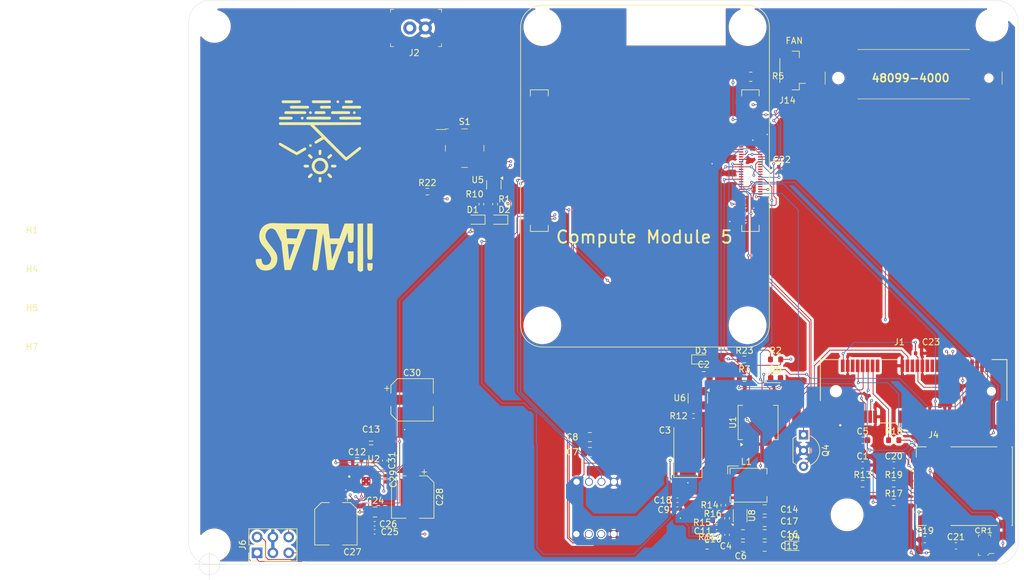
<source format=kicad_pcb>
(kicad_pcb (version 20241229) (generator "pcbnew") (generator_version "9.0")
  (layers (0 "F.Cu" signal) (4 "In1.Cu" power) (6 "In2.Cu" power) (2 "B.Cu" signal) (13 "F.Paste" user) (15 "B.Paste" user) (5 "F.SilkS" user "F.Silkscreen") (7 "B.SilkS" user "B.Silkscreen") (1 "F.Mask" user) (3 "B.Mask" user) (25 "Edge.Cuts" user))
  (net 0 "")
  (net 1 "GND")
  (net 2 "/PCIe-M2/SIM_VDD")
  (net 3 "/CM5_GPIO ( Ethernet, GPIO, SDCARD)/VBAT")
  (net 4 "/CM5_HighSpeed/VBUS")
  (net 5 "/CM5_HighSpeed/+5v")
  (net 6 "/PCIe-M2/M2_3v3")
  (net 7 "/PCIe-M2/FB")
  (net 8 "Net-(CR1-I{slash}O1)")
  (net 9 "Net-(D1-K)")
  (net 10 "Net-(D2-K)")
  (net 11 "Net-(CR1-I{slash}O2)")
  (net 12 "/CM5_GPIO ( Ethernet, GPIO, SDCARD)/nRPIBOOT")
  (net 13 "/CM5_GPIO ( Ethernet, GPIO, SDCARD)/EEPROM_nWP")
  (net 14 "/CM5_GPIO ( Ethernet, GPIO, SDCARD)/SYNC_OUT")
  (net 15 "Net-(R10-Pad2)")
  (net 16 "/+3.3v")
  (net 17 "/CM5_GPIO ( Ethernet, GPIO, SDCARD)/PMIC_ENABLE")
  (net 18 "/CM5_GPIO ( Ethernet, GPIO, SDCARD)/PWR_BUT")
  (net 19 "/CM5_GPIO ( Ethernet, GPIO, SDCARD)/WL_nDis")
  (net 20 "/CM5_GPIO ( Ethernet, GPIO, SDCARD)/BT_nDis")
  (net 21 "Net-(CR1-I{slash}O3)")
  (net 23 "Net-(D3-A)")
  (net 24 "Net-(D4-A)")
  (net 25 "Net-(D6-A)")
  (net 26 "/PCIe-M2/LED_WWAN")
  (net 27 "Net-(U2-MICBIAS_GPI2)")
  (net 28 "Net-(U2-VREF)")
  (net 31 "/+5v")
  (net 33 "/PCIe-M2/W_DISABLE")
  (net 42 "/PCIe-M2/SIM_DATA")
  (net 46 "/CM5_HighSpeed/PCIE_RX_N")
  (net 48 "/CM5_HighSpeed/PCIE_RX_P")
  (net 51 "/CM5_HighSpeed/PCIE_TX_N")
  (net 52 "/PCIe-M2/PERST")
  (net 53 "/CM5_HighSpeed/PCIE_TX_P")
  (net 54 "/CM5_HighSpeed/PCIE_nCLKREQ")
  (net 55 "/CM5_HighSpeed/PCIE_CLK_N")
  (net 56 "/CM5_HighSpeed/PCIE_CLK_P")
  (net 58 "/PCIe-M2/SIM_CLK")
  (net 59 "/PCIe-M2/SIM_RST")
  (net 63 "/CM5_HighSpeed/USB2_P")
  (net 64 "/CM5_HighSpeed/USB2_N")
  (net 65 "/CM5_GPIO ( Ethernet, GPIO, SDCARD)/DREG")
  (net 66 "/CM5_GPIO ( Ethernet, GPIO, SDCARD)/AREG")
  (net 67 "Net-(J6-Pin_2)")
  (net 71 "/CM5_GPIO ( Ethernet, GPIO, SDCARD)/CAM_GPIO0")
  (net 72 "/CM5_GPIO ( Ethernet, GPIO, SDCARD)/CAM_GPIO1")
  (net 74 "/CM5_GPIO ( Ethernet, GPIO, SDCARD)/SDA0")
  (net 75 "/CM5_GPIO ( Ethernet, GPIO, SDCARD)/ID_SC")
  (net 77 "/CM5_GPIO ( Ethernet, GPIO, SDCARD)/ID_SD")
  (net 81 "/CM5_GPIO ( Ethernet, GPIO, SDCARD)/SD_DAT1")
  (net 82 "/CM5_GPIO ( Ethernet, GPIO, SDCARD)/SD_DAT0")
  (net 83 "/CM5_GPIO ( Ethernet, GPIO, SDCARD)/SD_CLK")
  (net 84 "/CM5_GPIO ( Ethernet, GPIO, SDCARD)/SD_CMD")
  (net 85 "/CM5_GPIO ( Ethernet, GPIO, SDCARD)/SD_DAT3")
  (net 86 "/CM5_GPIO ( Ethernet, GPIO, SDCARD)/SD_DAT2")
  (net 87 "/CM5_GPIO ( Ethernet, GPIO, SDCARD)/GPIO2")
  (net 88 "/CM5_GPIO ( Ethernet, GPIO, SDCARD)/GPIO3")
  (net 89 "/CM5_GPIO ( Ethernet, GPIO, SDCARD)/GPIO4")
  (net 90 "/CM5_GPIO ( Ethernet, GPIO, SDCARD)/GPIO14")
  (net 91 "/CM5_GPIO ( Ethernet, GPIO, SDCARD)/GPIO15")
  (net 92 "/CM5_GPIO ( Ethernet, GPIO, SDCARD)/GPIO17")
  (net 93 "/CM5_GPIO ( Ethernet, GPIO, SDCARD)/GPIO18")
  (net 94 "/CM5_GPIO ( Ethernet, GPIO, SDCARD)/GPIO27")
  (net 95 "/CM5_GPIO ( Ethernet, GPIO, SDCARD)/GPIO22")
  (net 96 "/CM5_GPIO ( Ethernet, GPIO, SDCARD)/GPIO23")
  (net 97 "/CM5_GPIO ( Ethernet, GPIO, SDCARD)/GPIO24")
  (net 98 "/CM5_GPIO ( Ethernet, GPIO, SDCARD)/GPIO10")
  (net 99 "/CM5_GPIO ( Ethernet, GPIO, SDCARD)/GPIO9")
  (net 100 "/CM5_GPIO ( Ethernet, GPIO, SDCARD)/GPIO25")
  (net 101 "/CM5_GPIO ( Ethernet, GPIO, SDCARD)/GPIO11")
  (net 102 "/CM5_GPIO ( Ethernet, GPIO, SDCARD)/GPIO8")
  (net 103 "/CM5_GPIO ( Ethernet, GPIO, SDCARD)/GPIO7")
  (net 104 "/CM5_GPIO ( Ethernet, GPIO, SDCARD)/GPIO5")
  (net 105 "/CM5_GPIO ( Ethernet, GPIO, SDCARD)/GPIO6")
  (net 106 "/CM5_GPIO ( Ethernet, GPIO, SDCARD)/GPIO12")
  (net 107 "/CM5_GPIO ( Ethernet, GPIO, SDCARD)/GPIO13")
  (net 108 "/CM5_GPIO ( Ethernet, GPIO, SDCARD)/GPIO19")
  (net 109 "/CM5_GPIO ( Ethernet, GPIO, SDCARD)/GPIO16")
  (net 110 "/CM5_GPIO ( Ethernet, GPIO, SDCARD)/GPIO26")
  (net 111 "/CM5_GPIO ( Ethernet, GPIO, SDCARD)/GPIO20")
  (net 112 "/CM5_GPIO ( Ethernet, GPIO, SDCARD)/GPIO21")
  (net 127 "/CM5_GPIO ( Ethernet, GPIO, SDCARD)/SCL0")
  (net 128 "/CM5_HighSpeed/HDMI1_D2_N")
  (net 129 "/CM5_HighSpeed/HDMI1_D2_P")
  (net 130 "/CC1")
  (net 134 "/CC2")
  (net 136 "/CM5_HighSpeed/USB3-0-D_N")
  (net 137 "/CM5_HighSpeed/USB3-0-D_P")
  (net 138 "/CM5_HighSpeed/USB3-0-RX_N")
  (net 139 "/CM5_HighSpeed/USB3-0-RX_P")
  (net 140 "/CM5_HighSpeed/USB3-0-TX_N")
  (net 141 "/CM5_HighSpeed/USB3-0-TX_P")
  (net 142 "/CM5_HighSpeed/USB3-1-D_N")
  (net 143 "/CM5_HighSpeed/USB3-1-D_P")
  (net 144 "/CM5_HighSpeed/USB3-1-RX_N")
  (net 145 "/CM5_HighSpeed/USB3-1-RX_P")
  (net 146 "/CM5_HighSpeed/USB3-1-TX_N")
  (net 147 "/CM5_HighSpeed/USB3-1-TX_P")
  (net 148 "/CM5_GPIO ( Ethernet, GPIO, SDCARD)/TACHO")
  (net 149 "/CM5_GPIO ( Ethernet, GPIO, SDCARD)/PWM")
  (net 166 "Net-(J6-Pin_6)")
  (net 167 "Net-(J6-Pin_1)")
  (net 168 "Net-(R22-Pad2)")
  (net 172 "Net-(U8-LX)")
  (net 173 "/CM5_GPIO ( Ethernet, GPIO, SDCARD)/TRD3_P")
  (net 174 "/CM5_GPIO ( Ethernet, GPIO, SDCARD)/TRD1_P")
  (net 175 "/CM5_GPIO ( Ethernet, GPIO, SDCARD)/TRD3_N")
  (net 176 "/CM5_GPIO ( Ethernet, GPIO, SDCARD)/TRD1_N")
  (net 177 "/CM5_GPIO ( Ethernet, GPIO, SDCARD)/TRD2_N")
  (net 178 "/CM5_GPIO ( Ethernet, GPIO, SDCARD)/TRD0_N")
  (net 179 "/CM5_GPIO ( Ethernet, GPIO, SDCARD)/TRD2_P")
  (net 180 "/CM5_GPIO ( Ethernet, GPIO, SDCARD)/TRD0_P")
  (net 181 "/CM5_GPIO ( Ethernet, GPIO, SDCARD)/ETH_LEDY")
  (net 182 "/CM5_GPIO ( Ethernet, GPIO, SDCARD)/ETH_LEDG")
  (net 183 "Net-(Module1A-LED_nACT)")
  (net 189 "/CM5_GPIO ( Ethernet, GPIO, SDCARD)/SD_PWR_ON")
  (net 190 "/CM5_GPIO ( Ethernet, GPIO, SDCARD)/GPIO_VREF")
  (net 191 "/CM5_GPIO ( Ethernet, GPIO, SDCARD)/+1.8v")
  (net 192 "/CM5_GPIO ( Ethernet, GPIO, SDCARD)/nPWR_LED")
  (net 193 "/CM5_HighSpeed/PCIE_PWR_EN")
  (net 194 "/CM5_HighSpeed/PCIE_nWAKE")
  (net 195 "/CM5_HighSpeed/PCIE_nRST")
  (net 196 "/CM5_HighSpeed/VBUS_EN")
  (net 197 "Net-(U6-ILIM)")
  (net 202 "Net-(J6-Pin_5)")
  (net 204 "/CM5_HighSpeed/USBOTG_ID")
  (footprint "Resistor_SMD:R_0402_1005Metric" (layer "F.Cu") (at 152.7 102 90)
    (property "Reference" "R10")
    (property "Value" "1k")
  )
  (footprint "LED_SMD:LED_0603_1608Metric" (layer "F.Cu") (at 155.45 104.5 180)
    (property "Reference" "D2")
    (property "Value" "LED Green")
  )
  (footprint "LED_SMD:LED_0603_1608Metric" (layer "F.Cu") (at 151.8 104.5 180)
    (property "Reference" "D1")
    (property "Value" "LED Red")
  )
  (footprint "Resistor_SMD:R_0402_1005Metric" (layer "F.Cu") (at 154.9 102 90)
    (property "Reference" "R1")
    (property "Value" "1k")
  )
  (footprint "Package_TO_SOT_SMD:SOT-353_SC-70-5" (layer "F.Cu") (at 154.7 98.9 -90)
    (property "Reference" "U5")
    (property "Value" "74LVC1G07SE-7")
  )
  (footprint "CM5IO:MountingHole_2.7mm_M2.5_DIN965" (layer "F.Cu") (at 109.75 156.85)
    (property "Reference" "H2" (hide yes))
    (property "Value" "MountingHole")
  )
  (footprint "CM5IO:MountingHole_2.7mm_M2.5_DIN965" (layer "F.Cu") (at 109.75 73.4)
    (property "Reference" "H3" (hide yes))
    (property "Value" "MountingHole")
  )
  (footprint "CM5IO:MountingHole_2.7mm_M2.5_DIN965" (layer "F.Cu") (at 234.81 73.2)
    (property "Reference" "H6" (hide yes))
    (property "Value" "MountingHole")
  )
  (footprint "CM5IO:MountingHole_2.7mm_M2.5_DIN965" (layer "F.Cu") (at 211.5 152)
    (property "Reference" "H8" (hide yes))
    (property "Value" "MountingHole")
  )
  (footprint "Resistor_SMD:R_0805_2012Metric_Pad1.20x1.40mm_HandSolder" (layer "F.Cu") (at 196 81.5)
    (property "Reference" "R5")
    (property "Value" "0R")
  )
  (footprint "Package_DFN_QFN:DFN-8-1EP_2x2mm_P0.5mm_EP1.05x1.75mm" (layer "F.Cu") (at 194.3 152.1425 90)
    (property "Reference" "U8")
    (property "Value" "AP3441SHE-7B")
  )
  (footprint "Capacitor_SMD:C_0402_1005Metric" (layer "F.Cu") (at 201 96)
    (property "Reference" "C22")
    (property "Value" "100n")
  )
  (footprint "Capacitor_SMD:C_0805_2012Metric" (layer "F.Cu") (at 194.75 157.1425)
    (property "Reference" "C6")
    (property "Value" "10u")
  )
  (footprint "Capacitor_SMD:C_0805_2012Metric" (layer "F.Cu") (at 198.25 155.1425 180)
    (property "Reference" "C16")
    (property "Value" "10u")
  )
  (footprint "Capacitor_SMD:CP_Elec_6.3x5.9" (layer "F.Cu") (at 141.55 133.5)
    (property "Reference" "C30")
    (property "Value" "10uF")
  )
  (footprint "Resistor_SMD:R_0603_1608Metric" (layer "F.Cu") (at 144 100)
    (property "Reference" "R22")
    (property "Value" "1K")
  )
  (footprint "digikey-footprints:PinHeader_1x2_P2.5mm_Drill1.1mm" (layer "F.Cu") (at 143.68 73.655 180)
    (property "Reference" "J2")
    (property "Value" "B2B-XH-A_LF__SN_")
  )
  (footprint "digikey-footprints:0603" (layer "F.Cu") (at 134.95 140.45)
    (property "Reference" "C13")
    (property "Value" "1uF")
  )
  (footprint "Capacitor_SMD:C_0402_1005Metric" (layer "F.Cu") (at 192.2 155.2275 -90)
    (property "Reference" "C10")
    (property "Value" "100n")
  )
  (footprint "Capacitor_SMD:C_0402_1005Metric" (layer "F.Cu") (at 190.5 154.0425)
    (property "Reference" "C11")
    (property "Value" "4.7nF")
  )
  (footprint "Resistor_SMD:R_0603_1608Metric" (layer "F.Cu") (at 189 157)
    (property "Reference" "R11")
    (property "Value" "330")
  )
  (footprint "Capacitor_SMD:C_0805_2012Metric" (layer "F.Cu") (at 170.1375 139.5)
    (property "Reference" "C8")
    (property "Value" "10u")
  )
  (footprint "Capacitor_SMD:C_0603_1608Metric" (layer "F.Cu") (at 219 144)
    (property "Reference" "C20")
    (property "Value" "33pF")
  )
  (footprint "0679105700:MOLEX_67910-5700" (layer "F.Cu") (at 222.2 132.121)
    (property "Reference" "J1")
    (property "Value" "67910-5700")
  )
  (footprint "Resistor_SMD:R_0603_1608Metric" (layer "F.Cu") (at 219 147)
    (property "Reference" "R19")
    (property "Value" "15K")
  )
  (footprint "Connector_JST:JST_SH_BM04B-SRSS-TB_1x04-1MP_P1.00mm_Vertical" (layer "F.Cu") (at 202.7 80.5 90)
    (property "Reference" "J14")
    (property "Value" "JST_SHBM04B-SRSS-TB")
  )
  (footprint "Capacitor_SMD:C_0402_1005Metric" (layer "F.Cu") (at 137.15 143.27 -90)
    (property "Reference" "C31")
    (property "Value" "100n")
  )
  (footprint "digikey-footprints:Switch_Tactile_SMD_6x6mm_PTS645" (layer "F.Cu") (at 150 93)
    (property "Reference" "S1")
    (property "Value" "PTS645SM43SMTR92_LFS")
  )
  (footprint "Capacitor_SMD:C_0805_2012Metric" (layer "F.Cu") (at 188.4375 129.7 180)
    (property "Reference" "C2")
    (property "Value" "10u")
  )
  (footprint "Capacitor_Tantalum_SMD:CP_EIA-7343-31_Kemet-D" (layer "F.Cu") (at 185.9 141.5875 90)
    (property "Reference" "C3")
    (property "Value" "100uF")
  )
  (footprint "CM5IO:MountingHole_2.7mm_M2.5_DIN965" (layer "F.Cu") (at 80.43 115.81)
    (property "Reference" "H4")
    (property "Value" "MountingHole")
  )
  (footprint "Logo Footprints:Ridgeline" (layer "F.Cu") (at 126.73 91.9 180)
    (property "Reference" "G***" (hide yes))
    (property "Value" "LOGO" (hide yes))
  )
  (footprint "Capacitor_SMD:C_0805_2012Metric" (layer "F.Cu") (at 198.2375 153.1425 180)
    (property "Reference" "C17")
    (property "Value" "10u")
  )
  (footprint "CM5IO:MountingHole_2.7mm_M2.5_DIN965" (layer "F.Cu") (at 80.43 128.31)
    (property "Reference" "H7")
    (property "Value" "MountingHole")
  )
  (footprint "Resistor_SMD:R_0603_1608Metric" (layer "F.Cu") (at 214 147)
    (property "Reference" "R13")
    (property "Value" "22R")
  )
  (footprint "Capacitor_SMD:C_0402_1005Metric" (layer "F.Cu") (at 135.52 153.45)
    (property "Reference" "C26")
    (property "Value" "100n")
  )
  (footprint "Resistor_SMD:R_0603_1608Metric" (layer "F.Cu") (at 219 150)
    (property "Reference" "R17")
    (property "Value" "22R")
  )
  (footprint "Package_TO_SOT_SMD:SOT-23-6" (layer "F.Cu") (at 187.5 133.2625 -90)
    (property "Reference" "U6")
    (property "Value" "AP22653W6")
  )
  (footprint "CM5IO:L_Bourns_SRP5030CC" (layer "F.Cu") (at 195.65 147.2425)
    (property "Reference" "L1")
    (property "Value" "2.2uH")
  )
  (footprint "TLV320ADC6120IRTER:IC_TLV320ADC6120IRTER" (layer "F.Cu") (at 134.15 146.6)
    (property "Reference" "U2")
    (property "Value" "TLV320ADC6120IRTER")
  )
  (footprint "Capacitor_SMD:C_0402_1005Metric" (layer "F.Cu") (at 184.23 149.65 180)
    (property "Reference" "C18")
    (property "Value" "100n")
  )
  (footprint "LED_SMD:LED_0603_1608Metric" (layer "F.Cu") (at 188 127)
    (property "Reference" "D3")
    (property "Value" "LED Red")
  )
  (footprint "Resistor_SMD:R_0603_1608Metric" (layer "F.Cu") (at 200 127)
    (property "Reference" "R2")
    (property "Value" "330")
  )
  (footprint "Package_SO:SOIC-8_5.3x6.2mm_P1.27mm" (layer "F.Cu") (at 197.185 137.15 90)
    (property "Reference" "U1")
    (property "Value" "CAT24C128")
  )
  (footprint "Capacitor_SMD:C_0402_1005Metric" (layer "F.Cu") (at 135.52 154.75)
    (property "Reference" "C25")
    (property "Value" "100n")
  )
  (footprint "Capacitor_SMD:C_0603_1608Metric" (layer "F.Cu") (at 214 144)
    (property "Reference" "C1")
    (property "Value" "0.1uF")
  )
  (footprint "Resistor_SMD:R_0402_1005Metric" (layer "F.Cu") (at 192.2 152.5575 90)
    (property "Reference" "R16")
    (property "Value" "2.2K 1%")
  )
  (footprint "Capacitor_SMD:C_0603_1608Metric" (layer "F.Cu") (at 224 156)
    (property "Reference" "C19")
    (property "Value" "33pF")
  )
  (footprint "Capacitor_SMD:C_0805_2012Metric" (layer "F.Cu") (at 170.15 141.9)
    (property "Reference" "C7")
    (property "Value" "10u")
  )
  (footprint "KiCad:480994000" (layer "F.Cu") (at 222.2 81.721)
    (property "Reference" "48099-4000 ")
    (property "Value" "480994000" (hide yes))
  )
  (footprint "Logo Footprints:Alas" (layer "F.Cu") (at 125.73 108.9 180)
    (property "Reference" "G***" (hide yes))
    (property "Value" "LOGO" (hide yes))
  )
  (footprint "digikey-footprints:SOT23-6L" (layer "F.Cu") (at 233.6 156.9 90)
    (property "Reference" "CR1")
    (property "Value" "DALC208SC6")
  )
  (footprint "Resistor_SMD:R_0402_1005Metric" (layer "F.Cu") (at 190.5 153.0425)
    (property "Reference" "R15")
    (property "Value" "10K 1%")
  )
  (footprint "Resistor_SMD:R_0402_1005Metric" (layer "F.Cu") (at 186.8 136.1 180)
    (property "Reference" "R12")
    (property "Value" "15K 1%")
  )
  (footprint "Connector_PinHeader_2.54mm:PinHeader_2x03_P2.54mm_Vertical" (layer "F.Cu") (at 116.625 158.125 90)
    (property "Reference" "J6")
    (property "Value" "Conn_02x03_Counter_Clockwise")
  )
  (footprint "Resistor_SMD:R_0603_1608Metric" (layer "F.Cu") (at 195 130)
    (property "Reference" "R3")
    (property "Value" "330")
  )
  (footprint "Capacitor_SMD:C_0805_2012Metric" (layer "F.Cu") (at 198.25 157.1425 180)
    (property "Reference" "C15")
    (property "Value" "10u")
  )
  (footprint "digikey-footprints:0805" (layer "F.Cu") (at 135.6 151.55)
    (property "Reference" "C24")
    (property "Value" "1uF")
  )
  (footprint "Capacitor_SMD:C_0805_2012Metric" (layer "F.Cu") (at 198.25 151.1425 180)
    (property "Reference" "C14")
    (property "Value" "10u")
  )
  (footprint "Capacitor_SMD:C_0402_1005Metric" (layer "F.Cu") (at 184.22 151.1 180)
    (property "Reference" "C9")
    (property "Value" "100n")
  )
  (footprint "Resistor_SMD:R_0603_1608Metric" (layer "F.Cu") (at 219 140)
    (property "Reference" "R18")
    (property "Value" "22R")
  )
  (footprint "Capacitor_SMD:CP_Elec_6.3x5.9" (layer "F.Cu") (at 141.65 149.15 -90)
    (property "Reference" "C28")
    (property "Value" "10uF")
  )
  (footprint "Package_TO_SOT_THT:TO-92L_Inline_Wide" (layer "F.Cu") (at 204.5 139.12 -90)
    (property "Reference" "Q4")
    (property "Value" "DTC143Z")
  )
  (footprint "Resistor_SMD:R_0402_1005Metric" (layer "F.Cu") (at 191.6 150.4575 -90)
    (property "Reference" "R14")
    (property "Value" "100K 1%")
  )
  (footprint "Capacitor_SMD:CP_Elec_6.3x5.9" (layer "F.Cu") (at 129.3 153.45 -90)
    (property "Reference" "C27")
    (property "Value" "10uF")
  )
  (footprint "Resistor_SMD:R_0603_1608Metric" (layer "F.Cu") (at 195 127)
    (property "Reference" "R23")
    (property "Value" "10K")
  )
  (footprint "Capacitor_SMD:C_0603_1608Metric" (layer "F.Cu") (at 229 157)
    (property "Reference" "C21")
    (property "Value" "33pF")
  )
  (footprint "CM5IO:MountingHole_2.7mm_M2.5_DIN965" (layer "F.Cu") (at 80.43 109.56)
    (property "Reference" "H1")
    (property "Value" "MountingHole")
  )
  (footprint "Capacitor_SMD:C_0402_1005Metric" (layer "F.Cu") (at 137.35 146.22 -90)
    (property "Reference" "C29")
    (property "Value" "100n")
  )
  (footprint "CM5IO:Raspberry-Pi-5-Compute-Module" (layer "F.Cu") (at 195.5 73.5 180)
    (property "Reference" "Module1" (hide yes))
    (property "Value" "ComputeModule5-CM5")
  )
  (footprint "0786463001:MOLEX_0786463001" (layer "F.Cu") (at 230.345 147.395)
    (property "Reference" "J4")
    (property "Value" "0786463001")
  )
  (footprint "Capacitor_SMD:C_0402_1005Metric" (layer "F.Cu") (at 223 126)
    (property "Reference" "C23")
    (property "Value" "100n")
  )
  (footprint "Connector_USB:C393950" (layer "F.Cu") (at 164.97 144.7)
    (property "Reference" "J5" (hide yes))
    (property "Value" "USB_2_Vertical" (hide yes))
  )
  (footprint "LED_SMD:LED_0603_1608Metric" (layer "F.Cu") (at 203 157)
    (property "Reference" "D4")
    (property "Value" "LED Red")
  )
  (footprint "Capacitor_SMD:C_0805_2012Metric" (layer "F.Cu") (at 194.75 155.1425)
    (property "Reference" "C4")
    (property "Value" "10u")
  )
  (footprint "digikey-footprints:0603" (layer "F.Cu") (at 132.7 143.1 180)
    (property "Reference" "C12")
    (property "Value" "1uF")
  )
  (footprint "Capacitor_SMD:C_0603_1608Metric" (layer "F.Cu") (at 214 140)
    (property "Reference" "C5")
    (property "Value" "33pF")
  )
  (footprint "CM5IO:MountingHole_2.7mm_M2.5_DIN965" (layer "F.Cu") (at 80.43 122.06)
    (property "Reference" "H5")
    (property "Value" "MountingHole")
  )
  (footprint "LED_SMD:LED_0603_1608Metric" (layer "F.Cu") (at 200 130)
    (property "Reference" "D6")
    (property "Value" "LED Red")
  )
  (gr_line (start 239 156.5) (end 239 72.7) (stroke (width 0.05)) (layer "Edge.Cuts"))
  (gr_line (start 235.5 69.2) (end 109.14 69.174874) (stroke (width 0.05)) (layer "Edge.Cuts"))
  (gr_line (start 105.64 156.5) (end 105.64 72.6749) (stroke (width 0.05)) (layer "Edge.Cuts"))
  (gr_arc (start 105.64 72.674874) (mid 106.665126 70.2) (end 109.14 69.174874) (stroke (width 0.05)) (layer "Edge.Cuts"))
  (gr_line (start 109.14 160) (end 235.5 160) (stroke (width 0.05)) (layer "Edge.Cuts"))
  (gr_arc (start 109.14 160) (mid 106.665126 158.974874) (end 105.64 156.5) (stroke (width 0.05)) (layer "Edge.Cuts"))
  (gr_arc (start 235.5 69.2) (mid 237.974874 70.225126) (end 239 72.7) (stroke (width 0.05)) (layer "Edge.Cuts"))
  (gr_arc (start 239 156.5) (mid 237.974874 158.974874) (end 235.5 160) (stroke (width 0.05)) (layer "Edge.Cuts"))
  (gr_text "FAN" (at 203 75.7 0) (layer "F.SilkS") (effects (font (size 1 1))))
  (gr_text "Compute Module 5" (at 178.9 107.3 0) (layer "F.SilkS") (effects (font (size 2 2) (thickness 0.3))))
  (target plus (at 108.95 159.99) (size 5) (width 0.05) (layer "Edge.Cuts"))
  (segment (start 163.54 98.8) (end 160.46 98.8) (width 0.13) (layer "F.Cu") (net 1))
  (segment (start 163.54 102.4) (end 160.46 102.4) (width 0.13) (layer "F.Cu") (net 1))
  (segment (start 194.46 102.4) (end 193.4 102.4) (width 0.13) (layer "F.Cu") (net 1))
  (segment (start 196.5 101.95) (end 196.5 102.65) (width 0.13) (layer "F.Cu") (net 1))
  (segment (start 132.9 148) (end 130.9 148) (width 0.13) (layer "F.Cu") (net 1))
  (segment (start 193.4 102.4) (end 193.3 102.5) (width 0.13) (layer "F.Cu") (net 1))
  (segment (start 197.54 90.8) (end 198.65 90.8) (width 0.13) (layer "F.Cu") (net 1))
  (segment (start 193.1 98.8) (end 193 98.7) (width 0.13) (layer "F.Cu") (net 1))
  (segment (start 196.5 101.45) (end 196.5 101.95) (width 0.13) (layer "F.Cu") (net 1))
  (segment (start 194.46 90.4) (end 193.35 90.4) (width 0.13) (layer "F.Cu") (net 1))
  (segment (start 193.3 103.45) (end 193.15 103.6) (width 0.13) (layer "F.Cu") (net 1))
  (segment (start 194.46 100.8) (end 195.2 100.8) (width 0.13) (layer "F.Cu") (net 1))
  (segment (start 195.2 100.8) (end 195.35 100.95) (width 0.13) (layer "F.Cu") (net 1))
  (segment (start 197.54 93.2) (end 197.06 93.2) (width 0.13) (layer "F.Cu") (net 1))
  (segment (start 161.6 96.4) (end 161.9 96.7) (width 0.13) (layer "F.Cu") (net 1))
  (segment (start 193.25 90.5) (end 193.25 91.9) (width 0.13) (layer "F.Cu") (net 1))
  (segment (start 197.06 93.2) (end 196.35 92.49) (width 0.13) (layer "F.Cu") (net 1))
  (segment (start 200.3 93.2) (end 197.54 93.2) (width 0.13) (layer "F.Cu") (net 1))
  (segment (start 191.1 96.8) (end 189.8 95.5) (width 0.13) (layer "F.Cu") (net 1))
  (segment (start 195.35 102.2) (end 195.15 102.4) (width 0.13) (layer "F.Cu") (net 1))
  (segment (start 163.54 91.6) (end 160.46 91.6) (width 0.13) (layer "F.Cu") (net 1))
  (segment (start 193.25 91.9) (end 193.35 92) (width 0.13) (layer "F.Cu") (net 1))
  (segment (start 199.95 94.45) (end 200.5 93.9) (width 0.13) (layer "F.Cu") (net 1))
  (segment (start 135.4 148) (end 136.65 149.25) (width 0.13) (layer "F.Cu") (net 1))
  (segment (start 161.9 97.2) (end 161.9 96.7) (width 0.13) (layer "F.Cu") (net 1))
  (segment (start 161.9 96.7) (end 161 97.6) (width 0.13) (layer "F.Cu") (net 1))
  (segment (start 196.5 102) (end 196.9 102.4) (width 0.13) (layer "F.Cu") (net 1))
  (segment (start 163.54 85.6) (end 160.46 85.6) (width 0.13) (layer "F.Cu") (net 1))
  (segment (start 163.54 89.2) (end 160.46 89.2) (width 0.13) (layer "F.Cu") (net 1))
  (segment (start 197.54 103.6) (end 196.85 103.6) (width 0.13) (layer "F.Cu") (net 1))
  (segment (start 195.6 94.8) (end 195.65 94.75) (width 0.13) (layer "F.Cu") (net 1))
  (segment (start 194.46 98.8) (end 193.1 98.8) (width 0.13) (layer "F.Cu") (net 1))
  (segment (start 163.54 101.2) (end 160.46 101.2) (width 0.13) (layer "F.Cu") (net 1))
  (segment (start 196.5 101.95) (end 196.5 102) (width 0.13) (layer "F.Cu") (net 1))
  (segment (start 135.4 145.2) (end 135.544 145.056) (width 0.13) (layer "F.Cu") (net 1))
  (segment (start 196.4 100.55) (end 196.4 101.35) (width 0.13) (layer "F.Cu") (net 1))
  (segment (start 163.54 94) (end 160.46 94) (width 0.13) (layer "F.Cu") (net 1))
  (segment (start 163.54 86.8) (end 160.46 86.8) (width 0.13) (layer "F.Cu") (net 1))
  (segment (start 196.5 103.25) (end 196.5 102.65) (width 0.13) (layer "F.Cu") (net 1))
  (segment (start 196.85 103.6) (end 196.5 103.25) (width 0.13) (layer "F.Cu") (net 1))
  (segment (start 196.65 92) (end 196.35 91.7) (width 0.13) (layer "F.Cu") (net 1))
  (segment (start 200.5 93.9) (end 200.5 93.4) (width 0.13) (layer "F.Cu") (net 1))
  (segment (start 194.46 85.6) (end 193.55 85.6) (width 0.13) (layer "F.Cu") (net 1))
  (segment (start 195.15 102.4) (end 194.46 102.4) (width 0.13) (layer "F.Cu") (net 1))
  (segment (start 132 144.3) (end 132 143.1) (width 0.13) (layer "F.Cu") (net 1))
  (segment (start 137.512038 143.75) (end 139.08 142.182038) (width 0.13) (layer "F.Cu") (net 1))
  (segment (start 196.2 99.95) (end 196.6 100.35) (width 0.13) (layer "F.Cu") (net 1))
  (segment (start 196.2 99.087962) (end 196.2 99.95) (width 0.13) (layer "F.Cu") (net 1))
  (segment (start 135.544 145.056) (end 138.956039 145.056) (width 0.13) (layer "F.Cu") (net 1))
  (segment (start 200.5 93.4) (end 200.3 93.2) (width 0.13) (layer "F.Cu") (net 1))
  (segment (start 162.3 97.6) (end 161.9 97.2) (width 0.13) (layer "F.Cu") (net 1))
  (segment (start 139.08 139.56) (end 140.36 138.28) (width 0.13) (layer "F.Cu") (net 1))
  (segment (start 163.54 92.8) (end 160.46 92.8) (width 0.13) (layer "F.Cu") (net 1))
  (segment (start 196.35 92.49) (end 196.35 91.7) (width 0.13) (layer "F.Cu") (net 1))
  (segment (start 161 97.6) (end 160.46 97.6) (width 0.13) (layer "F.Cu") (net 1))
  (segment (start 163.54 88) (end 160.46 88) (width 0.13) (layer "F.Cu") (net 1))
  (segment (start 193.1 103.6) (end 192.65 104.05) (width 0.13) (layer "F.Cu") (net 1))
  (segment (start 136.65 149.25) (end 136.65 151.55) (width 0.13) (layer "F.Cu") (net 1))
  (segment (start 193.55 85.6) (end 193.5 85.65) (width 0.13) (layer "F.Cu") (net 1))
  (segment (start 194.46 96.8) (end 191.1 96.8) (width 0.13) (layer "F.Cu") (net 1))
  (segment (start 132.9 145.2) (end 132 144.3) (width 0.13) (layer "F.Cu") (net 1))
  (segment (start 196.6 100.35) (end 196.4 100.55) (width 0.13) (layer "F.Cu") (net 1))
  (segment (start 192.65 104.05) (end 192.65 104.8) (width 0.13) (layer "F.Cu") (net 1))
  (segment (start 163.54 97.6) (end 162.3 97.6) (width 0.13) (layer "F.Cu") (net 1))
  (segment (start 193.3 102.5) (end 193.3 103.45) (width 0.13) (layer "F.Cu") (net 1))
  (segment (start 160.46 96.4) (end 161.6 96.4) (width 0.13) (layer "F.Cu") (net 1))
  (segment (start 197.54 98.4) (end 196.887962 98.4) (width 0.13) (layer "F.Cu") (net 1))
  (segment (start 197.49 100.35) (end 196.6 100.35) (width 0.13) (layer "F.Cu") (net 1))
  (segment (start 194.46 104.8) (end 192.65 104.8) (width 0.13) (layer "F.Cu") (net 1))
  (segment (start 139.08 142.182038) (end 139.08 140.97) (width 0.13) (layer "F.Cu") (net 1))
  (segment (start 197.54 92) (end 196.65 92) (width 0.13) (layer "F.Cu") (net 1))
  (segment (start 139.08 140.97) (end 139.08 139.56) (width 0.13) (layer "F.Cu") (net 1))
  (segment (start 196.887962 98.4) (end 196.2 99.087962) (width 0.13) (layer "F.Cu") (net 1))
  (segment (start 194.46 92) (end 193.35 92) (width 0.13) (layer "F.Cu") (net 1))
  (segment (start 197.54 94.4) (end 199.9 94.4) (width 0.13) (layer "F.Cu") (net 1))
  (segment (start 163.54 103.6) (end 160.46 103.6) (width 0.13) (layer "F.Cu") (net 1))
  (segment (start 194.46 103.6) (end 193.15 103.6) (width 0.13) (layer "F.Cu") (net 1))
  (segment (start 137.15 143.75) (end 137.512038 143.75) (width 0.13) (layer "F.Cu") (net 1))
  (segment (start 199.9 94.4) (end 199.95 94.45) (width 0.13) (layer "F.Cu") (net 1))
  (segment (start 138.956039 145.056) (end 140.2 143.812039) (width 0.13) (layer "F.Cu") (net 1))
  (segment (start 196.9 102.4) (end 197.54 102.4) (width 0.13) (layer "F.Cu") (net 1))
  (segment (start 163.54 90.4) (end 160.46 90.4) (width 0.13) (layer "F.Cu") (net 1))
  (segment (start 194.46 94.8) (end 195.6 94.8) (width 0.13) (layer "F.Cu") (net 1))
  (segment (start 194.46 93.2) (end 193.55 93.2) (width 0.13) (layer "F.Cu") (net 1))
  (segment (start 196.4 101.35) (end 196.5 101.45) (width 0.13) (layer "F.Cu") (net 1))
  (segment (start 193.35 90.4) (end 193.25 90.5) (width 0.13) (layer "F.Cu") (net 1))
  (segment (start 193.15 103.6) (end 193.1 103.6) (width 0.13) (layer "F.Cu") (net 1))
  (segment (start 197.54 100.4) (end 197.49 100.35) (width 0.13) (layer "F.Cu") (net 1))
  (segment (start 163.54 100) (end 160.46 100) (width 0.13) (layer "F.Cu") (net 1))
  (segment (start 195.35 100.95) (end 195.35 102.2) (width 0.13) (layer "F.Cu") (net 1))
  (via (at 192.65 104.8) (size 0.45) (drill 0.2) (layers "F.Cu" "B.Cu") (net 1))
  (via (at 189.8 95.5) (size 0.45) (drill 0.2) (layers "F.Cu" "B.Cu") (net 1))
  (via (at 130.9 148) (size 0.45) (drill 0.2) (layers "F.Cu" "B.Cu") (net 1))
  (via (at 196.5 102.65) (size 0.45) (drill 0.2) (layers "F.Cu" "B.Cu") (net 1))
  (via (at 140.36 138.28) (size 0.45) (drill 0.2) (layers "F.Cu" "B.Cu") (net 1))
  (via (at 198.65 90.8) (size 0.45) (drill 0.2) (layers "F.Cu" "B.Cu") (net 1))
  (via (at 196.35 91.7) (size 0.45) (drill 0.2) (layers "F.Cu" "B.Cu") (net 1))
  (segment (start 140.36 138.28) (end 140.43 138.35) (width 0.13) (layer "B.Cu") (net 1))
  (segment (start 213.225 144) (end 213.225 145.175) (width 0.13) (layer "F.Cu") (net 2))
  (segment (start 232.45 157.85) (end 232.45 158.65) (width 0.13) (layer "F.Cu") (net 2))
  (segment (start 213.3 130.75) (end 213.3 130.45) (width 0.13) (layer "F.Cu") (net 2))
  (segment (start 232.3 158.8) (end 222.5 158.8) (width 0.13) (layer "F.Cu") (net 2))
  (segment (start 221.3 143.2) (end 220.5 142.4) (width 0.13) (layer "F.Cu") (net 2))
  (segment (start 213.5 145.5) (end 215.45 145.5) (width 0.13) (layer "F.Cu") (net 2))
  (segment (start 221.45 144.1) (end 221.3 143.95) (width 0.13) (layer "F.Cu") (net 2))
  (segment (start 218.175 147) (end 218.175 144.05) (width 0.13) (layer "F.Cu") (net 2))
  (segment (start 216.95 147) (end 218.175 147) (width 0.13) (layer "F.Cu") (net 2))
  (segment (start 232.45 158.65) (end 232.3 158.8) (width 0.13) (layer "F.Cu") (net 2))
  (segment (start 213.225 145.175) (end 213.2 145.2) (width 0.13) (layer "F.Cu") (net 2))
  (segment (start 222.5 158.8) (end 221.8 158.1) (width 0.13) (layer "F.Cu") (net 2))
  (segment (start 220.5 142.4) (end 218.5 142.4) (width 0.13) (layer "F.Cu") (net 2))
  (segment (start 221.3 143.95) (end 221.3 143.2) (width 0.13) (layer "F.Cu") (net 2))
  (segment (start 218.225 142.675) (end 218.225 144) (width 0.13) (layer "F.Cu") (net 2))
  (segment (start 215.45 145.5) (end 216.95 147) (width 0.13) (layer "F.Cu") (net 2))
  (segment (start 221.99 144.64) (end 221.45 144.1) (width 0.13) (layer "F.Cu") (net 2))
  (segment (start 213.3 130.45) (end 213.2875 130.4375) (width 0.13) (layer "F.Cu") (net 2))
  (segment (start 213.2 145.2) (end 213.5 145.5) (width 0.13) (layer "F.Cu") (net 2))
  (segment (start 218.5 142.4) (end 218.225 142.675) (width 0.13) (layer "F.Cu") (net 2))
  (segment (start 213.2875 130.4375) (end 213.2875 128.021) (width 0.13) (layer "F.Cu") (net 2))
  (segment (start 223.05 144.64) (end 221.99 144.64) (width 0.13) (layer "F.Cu") (net 2))
  (via (at 213.3 130.75) (size 0.45) (drill 0.2) (layers "F.Cu" "B.Cu") (net 2))
  (via (at 221.45 144.1) (size 0.45) (drill 0.2) (layers "F.Cu" "B.Cu") (net 2))
  (via (at 221.8 158.1) (size 0.45) (drill 0.2) (layers "F.Cu" "B.Cu") (net 2))
  (segment (start 220.9 138.7) (end 219.8 138.7) (width 0.13) (layer "B.Cu") (net 2))
  (segment (start 218 130.75) (end 219.8 132.55) (width 0.13) (layer "B.Cu") (net 2))
  (segment (start 218 130.75) (end 213.3 130.75) (width 0.13) (layer "B.Cu") (net 2))
  (segment (start 222.4 140.8) (end 222.4 140.2) (width 0.13) (layer "B.Cu") (net 2))
  (segment (start 222.4 140.2) (end 220.9 138.7) (width 0.13) (layer "B.Cu") (net 2))
  (segment (start 219.8 138.7) (end 219.8 132.55) (width 0.13) (layer "B.Cu") (net 2))
  (segment (start 221.8 158.1) (end 221.8 144.45) (width 0.13) (layer "B.Cu") (net 2))
  (segment (start 221.45 144.1) (end 221.45 141.75) (width 0.13) (layer "B.Cu") (net 2))
  (segment (start 221.8 144.45) (end 221.45 144.1) (width 0.13) (layer "B.Cu") (net 2))
  (segment (start 221.45 141.75) (end 222.4 140.8) (width 0.13) (layer "B.Cu") (net 2))
  (segment (start 185.9 142.95) (end 185.9 144.7) (width 0.13) (layer "F.Cu") (net 4))
  (segment (start 169.1875 139.5) (end 169.1875 141.8875) (width 0.13) (layer "F.Cu") (net 4))
  (segment (start 169.2 143.7) (end 181.35 143.7) (width 0.13) (layer "F.Cu") (net 4))
  (segment (start 168 146.7) (end 168 147.2) (width 0.13) (layer "F.Cu") (net 4))
  (segment (start 168 147.2) (end 167.97 147.23) (width 0.13) (layer "F.Cu") (net 4))
  (segment (start 189.65 134.4) (end 188.45 134.4) (width 0.13) (layer "F.Cu") (net 4))
  (segment (start 189.95 134.7) (end 189.65 134.4) (width 0.13) (layer "F.Cu") (net 4))
  (segment (start 169.2 141.9) (end 169.2 143.2) (width 0.13) (layer "F.Cu") (net 4))
  (segment (start 189.95 142.1) (end 189.95 134.7) (width 0.13) (layer "F.Cu") (net 4))
  (segment (start 169.2 145.5) (end 169.2 143.7) (width 0.13) (layer "F.Cu") (net 4))
  (segment (start 185.9 144.7) (end 187.35 144.7) (width 0.13) (layer "F.Cu") (net 4))
  (segment (start 182.9 142.15) (end 185.1 142.15) (width 0.13) (layer "F.Cu") (net 4))
  (segment (start 167.97 147.23) (end 167.97 155.1) (width 0.13) (layer "F.Cu") (net 4))
  (segment (start 168 146.7) (end 169.2 145.5) (width 0.13) (layer "F.Cu") (net 4))
  (segment (start 185.9 144.7) (end 185.9 146.85) (width 0.13) (layer "F.Cu") (net 4))
  (segment (start 187.35 144.7) (end 189.95 142.1) (width 0.13) (layer "F.Cu") (net 4))
  (segment (start 181.35 143.7) (end 182.9 142.15) (width 0.13) (layer "F.Cu") (net 4))
  (segment (start 169.2 143.2) (end 169.2 143.7) (width 0.13) (layer "F.Cu") (net 4))
  (segment (start 185.1 142.15) (end 185.9 142.95) (width 0.13) (layer "F.Cu") (net 4))
  (via (at 185.9 146.85) (size 0.45) (drill 0.2) (layers "F.Cu" "B.Cu") (net 4))
  (segment (start 189.3875 131.6125) (end 189.3875 129.7) (width 0.13) (layer "F.Cu") (net 5))
  (segment (start 188.875 132.125) (end 189.3875 131.6125) (width 0.13) (layer "F.Cu") (net 5))
  (segment (start 188.45 132.125) (end 188.875 132.125) (width 0.13) (layer "F.Cu") (net 5))
  (segment (start 190.02 154.0425) (end 190.02 153.0725) (width 0.13) (layer "F.Cu") (net 6))
  (segment (start 189.825 157.775) (end 189.825 157) (width 0.13) (layer "F.Cu") (net 6))
  (segment (start 195.28 133.65) (end 195.28 132.47) (width 0.13) (layer "F.Cu") (net 6))
  (segment (start 222.8875 130.5375) (end 222.8875 128.021) (width 0.13) (layer "F.Cu") (net 6))
  (segment (start 222.52 126.32) (end 222.8875 126.6875) (width 0.13) (layer "F.Cu") (net 6))
  (segment (start 234.0875 130.4625) (end 232.85 131.7) (width 0.13) (layer "F.Cu") (net 6))
  (segment (start 198.906 158.344) (end 190.344 158.344) (width 0.13) (layer "F.Cu") (net 6))
  (segment (start 210.8875 126.0875) (end 210.8875 128.021) (width 0.13) (layer "F.Cu") (net 6))
  (segment (start 199.1875 153.1425) (end 199.1875 151.155) (width 0.13) (layer "F.Cu") (net 6))
  (segment (start 222.52 124.27) (end 222.5 124.25) (width 0.13) (layer "F.Cu") (net 6))
  (segment (start 190.02 155.18) (end 190.02 154.0425) (width 0.13) (layer "F.Cu") (net 6))
  (segment (start 200.05 149.1) (end 200.05 148.35) (width 0.13) (layer "F.Cu") (net 6))
  (segment (start 195.28 132.47) (end 195.825 131.925) (width 0.13) (layer "F.Cu") (net 6))
  (segment (start 228.8875 136.221) (end 229.6875 136.221) (width 0.13) (layer "F.Cu") (net 6))
  (segment (start 232.85 131.7) (end 230.95 131.7) (width 0.13) (layer "F.Cu") (net 6))
  (segment (start 222.5 124.25) (end 222.5 125.801984) (width 0.13) (layer "F.Cu") (net 6))
  (segment (start 223.85 131.5) (end 222.8875 130.5375) (width 0.13) (layer "F.Cu") (net 6))
  (segment (start 197.9 144.8) (end 197.9 147.2425) (width 0.13) (layer "F.Cu") (net 6))
  (segment (start 226.95 131.5) (end 223.85 131.5) (width 0.13) (layer "F.Cu") (net 6))
  (segment (start 197.6 144.1) (end 197.6 144.5) (width 0.13) (layer "F.Cu") (net 6))
  (segment (start 198.9425 147.2425) (end 197.9 147.2425) (width 0.13) (layer "F.Cu") (net 6))
  (segment (start 199.2 151.1425) (end 199.2 149.95) (width 0.13) (layer "F.Cu") (net 6))
  (segment (start 199.2 157.1425) (end 199.2 158.05) (width 0.13) (layer "F.Cu") (net 6))
  (segment (start 200.05 148.35) (end 198.9425 147.2425) (width 0.13) (layer "F.Cu") (net 6))
  (segment (start 228.8875 133.4375) (end 226.95 131.5) (width 0.13) (layer "F.Cu") (net 6))
  (segment (start 222.52 126) (end 222.52 124.27) (width 0.13) (layer "F.Cu") (net 6))
  (segment (start 189.825 155.375) (end 190.02 155.18) (width 0.13) (layer "F.Cu") (net 6))
  (segment (start 234.0875 128.021) (end 234.0875 130.4625) (width 0.13) (layer "F.Cu") (net 6))
  (segment (start 195.95 127.95) (end 200.65 127.95) (width 0.13) (layer "F.Cu") (net 6))
  (segment (start 199.2 149.95) (end 200.05 149.1) (width 0.13) (layer "F.Cu") (net 6))
  (segment (start 195.28 133.65) (end 195.28 136.53) (width 0.13) (layer "F.Cu") (net 6))
  (segment (start 229.6875 132.9625) (end 229.6875 136.221) (width 0.13) (layer "F.Cu") (net 6))
  (segment (start 222.52 126) (end 222.52 126.32) (width 0.13) (layer "F.Cu") (net 6))
  (segment (start 199.2 157.1425) (end 199.2 155.1425) (width 0.13) (layer "F.Cu") (net 6))
  (segment (start 222.8875 126.6875) (end 222.8875 128.021) (width 0.13) (layer "F.Cu") (net 6))
  (segment (start 200.825 127.775) (end 200.825 127) (width 0.13) (layer "F.Cu") (net 6))
  (segment (start 195.28 136.53) (end 195.45 136.7) (width 0.13) (layer "F.Cu") (net 6))
  (segment (start 202.45 126.95) (end 202.4 127) (width 0.13) (layer "F.Cu") (net 6))
  (segment (start 190.344 158.344) (end 189.8 157.8) (width 0.13) (layer "F.Cu") (net 6))
  (segment (start 228.8875 136.221) (end 228.8875 133.4375) (width 0.13) (layer "F.Cu") (net 6))
  (segment (start 210.85 126.05) (end 210.8875 126.0875) (width 0.13) (layer "F.Cu") (net 6))
  (segment (start 189.825 157) (end 189.825 155.375) (width 0.13) (layer "F.Cu") (net 6))
  (segment (start 195.825 130) (end 195.825 127.825) (width 0.13) (layer "F.Cu") (net 6))
  (segment (start 202.4 127) (end 200.825 127) (width 0.13) (layer "F.Cu") (net 6))
  (segment (start 197.6 144.5) (end 197.9 144.8) (width 0.13) (layer "F.Cu") (net 6))
  (segment (start 200.65 127.95) (end 200.825 127.775) (width 0.13) (layer "F.Cu") (net 6))
  (segment (start 189.8 157.8) (end 189.825 157.775) (width 0.13) (layer "F.Cu") (net 6))
  (segment (start 195.825 127.825) (end 195.95 127.95) (width 0.13) (layer "F.Cu") (net 6))
  (segment (start 230.95 131.7) (end 229.6875 132.9625) (width 0.13) (layer "F.Cu") (net 6))
  (segment (start 195.825 131.925) (end 195.825 130) (width 0.13) (layer "F.Cu") (net 6))
  (segment (start 199.2 158.05) (end 198.906 158.344) (width 0.13) (layer "F.Cu") (net 6))
  (segment (start 195.825 127) (end 195.825 127.825) (width 0.13) (layer "F.Cu") (net 6))
  (segment (start 199.2 155.1425) (end 199.2 153.155) (width 0.13) (layer "F.Cu") (net 6))
  (via (at 222.5 124.25) (size 0.45) (drill 0.2) (layers "F.Cu" "B.Cu") (net 6))
  (via (at 197.6 144.1) (size 0.45) (drill 0.2) (layers "F.Cu" "B.Cu") (net 6))
  (via (at 202.45 126.95) (size 0.45) (drill 0.2) (layers "F.Cu" "B.Cu") (net 6))
  (via (at 195.45 136.7) (size 0.45) (drill 0.2) (layers "F.Cu" "B.Cu") (net 6))
  (via (at 210.85 126.05) (size 0.45) (drill 0.2) (layers "F.Cu" "B.Cu") (net 6))
  (segment (start 197.6 138.85) (end 197.6 144.1) (width 0.13) (layer "B.Cu") (net 6))
  (segment (start 222.5 124.25) (end 212.65 124.25) (width 0.13) (layer "B.Cu") (net 6))
  (segment (start 212.65 124.25) (end 210.85 126.05) (width 0.13) (layer "B.Cu") (net 6))
  (segment (start 195.45 136.7) (end 197.6 138.85) (width 0.13) (layer "B.Cu") (net 6))
  (segment (start 192.3425 153.0425) (end 193.55 153.0425) (width 0.13) (layer "F.Cu") (net 7))
  (segment (start 191.01 153.0425) (end 192.175 153.0425) (width 0.13) (layer "F.Cu") (net 7))
  (segment (start 190.98 154.0425) (end 190.98 153.0725) (width 0.13) (layer "F.Cu") (net 7))
  (segment (start 223.05 147.18) (end 224.32 147.18) (width 0.13) (layer "F.Cu") (net 8))
  (segment (start 234.75 157.85) (end 236 157.85) (width 0.13) (layer "F.Cu") (net 8))
  (segment (start 224.85 143.3) (end 221.925 140.375) (width 0.13) (layer "F.Cu") (net 8))
  (segment (start 221.925 140.375) (end 221.55 140) (width 0.13) (layer "F.Cu") (net 8))
  (segment (start 224.85 144.9) (end 224.85 143.3) (width 0.13) (layer "F.Cu") (net 8))
  (segment (start 214.775 140) (end 214.775 141.225) (width 0.13) (layer "F.Cu") (net 8))
  (segment (start 214.775 141.225) (end 215.15 141.6) (width 0.13) (layer "F.Cu") (net 8))
  (segment (start 236.55 157.3) (end 236.55 156.6) (width 0.13) (layer "F.Cu") (net 8))
  (segment (start 224.85 146.65) (end 224.85 144.9) (width 0.13) (layer "F.Cu") (net 8))
  (segment (start 221.55 140) (end 219.825 140) (width 0.13) (layer "F.Cu") (net 8))
  (segment (start 236 157.85) (end 236.55 157.3) (width 0.13) (layer "F.Cu") (net 8))
  (segment (start 224.32 147.18) (end 224.85 146.65) (width 0.13) (layer "F.Cu") (net 8))
  (via (at 236.55 156.6) (size 0.45) (drill 0.2) (layers "F.Cu" "B.Cu") (net 8))
  (via (at 224.85 144.9) (size 0.45) (drill 0.2) (layers "F.Cu" "B.Cu") (net 8))
  (via (at 221.925 140.375) (size 0.45) (drill 0.2) (layers "F.Cu" "B.Cu") (net 8))
  (via (at 215.15 141.6) (size 0.45) (drill 0.2) (layers "F.Cu" "B.Cu") (net 8))
  (segment (start 215.15 141.6) (end 220.7 141.6) (width 0.13) (layer "B.Cu") (net 8))
  (segment (start 220.7 141.6) (end 221.925 140.375) (width 0.13) (layer "B.Cu") (net 8))
  (segment (start 234.9 151.65) (end 231.6 151.65) (width 0.13) (layer "B.Cu") (net 8))
  (segment (start 231.6 151.65) (end 224.85 144.9) (width 0.13) (layer "B.Cu") (net 8))
  (segment (start 236.55 156.6) (end 236.55 153.3) (width 0.13) (layer "B.Cu") (net 8))
  (segment (start 236.55 153.3) (end 234.9 151.65) (width 0.13) (layer "B.Cu") (net 8))
  (segment (start 152.5875 104.5) (end 152.5875 102.6225) (width 0.13) (layer "F.Cu") (net 9))
  (segment (start 155.61 102.51) (end 154.9 102.51) (width 0.13) (layer "F.Cu") (net 10))
  (segment (start 156.2375 104.5) (end 156.2375 103.1375) (width 0.13) (layer "F.Cu") (net 10))
  (segment (start 156.2375 103.1375) (end 155.61 102.51) (width 0.13) (layer "F.Cu") (net 10))
  (segment (start 234.75 155.15) (end 234.2 154.6) (width 0.13) (layer "F.Cu") (net 11))
  (segment (start 223 154.7) (end 224.4 154.7) (width 0.13) (layer "F.Cu") (net 11))
  (segment (start 220.75 150) (end 221.03 149.72) (width 0.13) (layer "F.Cu") (net 11))
  (segment (start 226.85 156) (end 224.775 156) (width 0.13) (layer "F.Cu") (net 11))
  (segment (start 223.05 149.72) (end 223.05 150.55) (width 0.13) (layer "F.Cu") (net 11))
  (segment (start 219.825 150) (end 220.75 150) (width 0.13) (layer "F.Cu") (net 11))
  (segment (start 234.75 155.95) (end 234.75 155.15) (width 0.13) (layer "F.Cu") (net 11))
  (segment (start 222.45 154.15) (end 223 154.7) (width 0.13) (layer "F.Cu") (net 11))
  (segment (start 223.05 150.55) (end 222.45 151.15) (width 0.13) (layer "F.Cu") (net 11))
  (segment (start 228.25 154.6) (end 226.85 156) (width 0.13) (layer "F.Cu") (net 11))
  (segment (start 222.45 151.15) (end 222.45 154.15) (width 0.13) (layer "F.Cu") (net 11))
  (segment (start 221.03 149.72) (end 223.05 149.72) (width 0.13) (layer "F.Cu") (net 11))
  (segment (start 224.4 154.7) (end 224.775 155.075) (width 0.13) (layer "F.Cu") (net 11))
  (segment (start 224.775 155.075) (end 224.775 156) (width 0.13) (layer "F.Cu") (net 11))
  (segment (start 234.2 154.6) (end 228.25 154.6) (width 0.13) (layer "F.Cu") (net 11))
  (segment (start 152.7 101.49) (end 152.7 100.45) (width 0.13) (layer "F.Cu") (net 15))
  (segment (start 152.7 100.45) (end 153.1 100.05) (width 0.13) (layer "F.Cu") (net 15))
  (segment (start 153.1 100.05) (end 153.850001 100.049999) (width 0.13) (layer "F.Cu") (net 15))
  (segment (start 153.850001 100.049999) (end 154.05 99.85) (width 0.13) (layer "F.Cu") (net 15))
  (segment (start 154.6625 105.4125) (end 155.15 105.9) (width 0.13) (layer "F.Cu") (net 16))
  (segment (start 154.25 104.5) (end 154.6625 104.5) (width 0.13) (layer "F.Cu") (net 16))
  (segment (start 156.25 99.55) (end 155.95 99.85) (width 0.13) (layer "F.Cu") (net 16))
  (segment (start 151.0125 106.3375) (end 151.0125 104.5) (width 0.13) (layer "F.Cu") (net 16))
  (segment (start 156.9 101.2) (end 155.9 101.2) (width 0.13) (layer "F.Cu") (net 16))
  (segment (start 138.85 144.8) (end 139.55 144.1) (width 0.13) (layer "F.Cu") (net 16))
  (segment (start 139.55 144.1) (end 139.55 140.2) (width 0.13) (layer "F.Cu") (net 16))
  (segment (start 157.4 101.7) (end 156.9 101.2) (width 0.13) (layer "F.Cu") (net 16))
  (segment (start 132.05 151.55) (end 133.15 151.55) (width 0.13) (layer "F.Cu") (net 16))
  (segment (start 135.04 153.19) (end 134.55 152.7) (width 0.13) (layer "F.Cu") (net 16))
  (segment (start 153.35 106.3) (end 153.35 105.4) (width 0.13) (layer "F.Cu") (net 16))
  (segment (start 157.4 105.35) (end 157.4 101.7) (width 0.13) (layer "F.Cu") (net 16))
  (segment (start 131.15 150.65) (end 132.05 151.55) (width 0.13) (layer "F.Cu") (net 16))
  (segment (start 153.35 105.4) (end 154.25 104.5) (width 0.13) (layer "F.Cu") (net 16))
  (segment (start 155.35 100.65) (end 155.35 99.85) (width 0.13) (layer "F.Cu") (net 16))
  (segment (start 135.8 144.15) (end 136.45 144.8) (width 0.13) (layer "F.Cu") (net 16))
  (segment (start 154.6625 104.5) (end 154.6625 105.4125) (width 0.13) (layer "F.Cu") (net 16))
  (segment (start 155.15 105.9) (end 156.85 105.9) (width 0.13) (layer "F.Cu") (net 16))
  (segment (start 155.9 101.2) (end 155.35 100.65) (width 0.13) (layer "F.Cu") (net 16))
  (segment (start 133.15 151.55) (end 134.55 151.55) (width 0.13) (layer "F.Cu") (net 16))
  (segment (start 193.15 81.8) (end 193.45 81.5) (width 0.13) (layer "F.Cu") (net 16))
  (segment (start 129.3 150.65) (end 131.15 150.65) (width 0.13) (layer "F.Cu") (net 16))
  (segment (start 157.35 95.75) (end 156.25 96.85) (width 0.13) (layer "F.Cu") (net 16))
  (segment (start 134.9 145.2) (end 134.9 144.55) (width 0.13) (layer "F.Cu") (net 16))
  (segment (start 134.9 149.1) (end 134.55 149.45) (width 0.13) (layer "F.Cu") (net 16))
  (segment (start 135.3 144.15) (end 135.8 144.15) (width 0.13) (layer "F.Cu") (net 16))
  (segment (start 135.04 154.75) (end 135.04 153.45) (width 0.13) (layer "F.Cu") (net 16))
  (segment (start 134.9 144.55) (end 135.3 144.15) (width 0.13) (layer "F.Cu") (net 16))
  (segment (start 156.25 96.85) (end 156.25 99.55) (width 0.13) (layer "F.Cu") (net 16))
  (segment (start 136.45 144.8) (end 138.85 144.8) (width 0.13) (layer "F.Cu") (net 16))
  (segment (start 150.9 106.45) (end 153.2 106.45) (width 0.13) (layer "F.Cu") (net 16))
  (segment (start 134.55 152.7) (end 134.55 151.55) (width 0.13) (layer "F.Cu") (net 16))
  (segment (start 135.04 153.45) (end 135.04 153.19) (width 0.13) (layer "F.Cu") (net 16))
  (segment (start 134.55 149.45) (end 134.55 151.55) (width 0.13) (layer "F.Cu") (net 16))
  (segment (start 134.9 148) (end 134.9 149.1) (width 0.13) (layer "F.Cu") (net 16))
  (segment (start 150.9 106.45) (end 151.0125 106.3375) (width 0.13) (layer "F.Cu") (net 16))
  (segment (start 193.15 82.45) (end 193.15 81.8) (width 0.13) (layer "F.Cu") (net 16))
  (segment (start 193.45 81.5) (end 195 81.5) (width 0.13) (layer "F.Cu") (net 16))
  (segment (start 194.46 88.4) (end 193.15 88.4) (width 0.13) (layer "F.Cu") (net 16))
  (segment (start 194.46 88) (end 194.46 88.4) (width 0.13) (layer "F.Cu") (net 16))
  (segment (start 155.95 99.85) (end 155.35 99.85) (width 0.13) (layer "F.Cu") (net 16))
  (segment (start 156.85 105.9) (end 157.4 105.35) (width 0.13) (layer "F.Cu") (net 16))
  (segment (start 153.2 106.45) (end 153.35 106.3) (width 0.13) (layer "F.Cu") (net 16))
  (via (at 193.15 82.45) (size 0.45) (drill 0.2) (layers "F.Cu" "B.Cu") (net 16))
  (via (at 157.35 95.75) (size 0.45) (drill 0.2) (layers "F.Cu" "B.Cu") (net 16))
  (via (at 139.55 140.2) (size 0.45) (drill 0.2) (layers "F.Cu" "B.Cu") (net 16))
  (via (at 193.15 88.4) (size 0.45) (drill 0.2) (layers "F.Cu" "B.Cu") (net 16))
  (via (at 150.9 106.45) (size 0.45) (drill 0.2) (layers "F.Cu" "B.Cu") (net 16))
  (via (at 133.15 151.55) (size 0.45) (drill 0.2) (layers "F.Cu" "B.Cu") (net 16))
  (segment (start 139.55 140.2) (end 139.55 117.55) (width 0.13) (layer "B.Cu") (net 16))
  (segment (start 133.15 150.55) (end 133.15 151.55) (width 0.13) (layer "B.Cu") (net 16))
  (segment (start 193.15 88.4) (end 193.15 82.45) (width 0.13) (layer "B.Cu") (net 16))
  (segment (start 139.55 140.2) (end 139.55 150.1) (width 0.13) (layer "B.Cu") (net 16))
  (segment (start 139.55 117.55) (end 150.6 106.5) (width 0.13) (layer "B.Cu") (net 16))
  (segment (start 139.55 150.1) (end 133.6 150.1) (width 0.13) (layer "B.Cu") (net 16))
  (segment (start 133.6 150.1) (end 133.15 150.55) (width 0.13) (layer "B.Cu") (net 16))
  (segment (start 150.85 106.5) (end 150.9 106.45) (width 0.13) (layer "B.Cu") (net 16))
  (segment (start 150.6 106.5) (end 150.85 106.5) (width 0.13) (layer "B.Cu") (net 16))
  (segment (start 228.225 155.525) (end 228.225 157) (width 0.13) (layer "F.Cu") (net 21))
  (segment (start 213.85 148.4) (end 219.45 148.4) (width 0.13) (layer "F.Cu") (net 21))
  (segment (start 223.05 148.45) (end 221.95 148.45) (width 0.13) (layer "F.Cu") (net 21))
  (segment (start 213.175 147.725) (end 213.85 148.4) (width 0.13) (layer "F.Cu") (net 21))
  (segment (start 219.825 148.025) (end 219.825 147) (width 0.13) (layer "F.Cu") (net 21))
  (segment (start 224.55 148.45) (end 223.05 148.45) (width 0.13) (layer "F.Cu") (net 21))
  (segment (start 224.7 150.6) (end 224.7 148.6) (width 0.13) (layer "F.Cu") (net 21))
  (segment (start 221.95 148.45) (end 220.5 147) (width 0.13) (layer "F.Cu") (net 21))
  (segment (start 228.225 157.875) (end 228.05 158.05) (width 0.13) (layer "F.Cu") (net 21))
  (segment (start 213.175 147) (end 213.175 147.725) (width 0.13) (layer "F.Cu") (net 21))
  (segment (start 223.75 151.55) (end 224.7 150.6) (width 0.13) (layer "F.Cu") (net 21))
  (segment (start 228.7 155.05) (end 228.225 155.525) (width 0.13) (layer "F.Cu") (net 21))
  (segment (start 219.45 148.4) (end 219.825 148.025) (width 0.13) (layer "F.Cu") (net 21))
  (segment (start 224.35 158.05) (end 224.25 158.15) (width 0.13) (layer "F.Cu") (net 21))
  (segment (start 232.45 155.95) (end 232.45 155.35) (width 0.13) (layer "F.Cu") (net 21))
  (segment (start 228.225 157) (end 228.225 157.875) (width 0.13) (layer "F.Cu") (net 21))
  (segment (start 220.5 147) (end 219.825 147) (width 0.13) (layer "F.Cu") (net 21))
  (segment (start 223.05 151.55) (end 223.75 151.55) (width 0.13) (layer "F.Cu") (net 21))
  (segment (start 232.15 155.05) (end 228.7 155.05) (width 0.13) (layer "F.Cu") (net 21))
  (segment (start 224.7 148.6) (end 224.55 148.45) (width 0.13) (layer "F.Cu") (net 21))
  (segment (start 232.45 155.35) (end 232.15 155.05) (width 0.13) (layer "F.Cu") (net 21))
  (segment (start 228.05 158.05) (end 224.35 158.05) (width 0.13) (layer "F.Cu") (net 21))
  (via (at 224.25 158.15) (size 0.45) (drill 0.2) (layers "F.Cu" "B.Cu") (net 21))
  (via (at 223.05 151.55) (size 0.45) (drill 0.2) (layers "F.Cu" "B.Cu") (net 21))
  (segment (start 224.25 158.15) (end 223.5 158.15) (width 0.13) (layer "B.Cu") (net 21))
  (segment (start 223.5 158.15) (end 223.05 157.7) (width 0.13) (layer "B.Cu") (net 21))
  (segment (start 223.05 157.7) (end 223.05 151.55) (width 0.13) (layer "B.Cu") (net 21))
  (segment (start 199.175 127) (end 199.175 125.875) (width 0.13) (layer "F.Cu") (net 23))
  (segment (start 198.8 125.5) (end 189.25 125.5) (width 0.13) (layer "F.Cu") (net 23))
  (segment (start 188.7875 125.9625) (end 188.7875 127) (width 0.13) (layer "F.Cu") (net 23))
  (segment (start 189.25 125.5) (end 188.7875 125.9625) (width 0.13) (layer "F.Cu") (net 23))
  (segment (start 199.175 125.875) (end 198.8 125.5) (width 0.13) (layer "F.Cu") (net 23))
  (segment (start 203.7875 157) (end 203.7875 158.1125) (width 0.13) (layer "F.Cu") (net 24))
  (segment (start 203.7875 158.1125) (end 203.3 158.6) (width 0.13) (layer "F.Cu") (net 24))
  (segment (start 189.05 158.6) (end 188.175 157.725) (width 0.13) (layer "F.Cu") (net 24))
  (segment (start 188.175 157.725) (end 188.175 157) (width 0.13) (layer "F.Cu") (net 24))
  (segment (start 203.3 158.6) (end 189.05 158.6) (width 0.13) (layer "F.Cu") (net 24))
  (segment (start 200.55 131.5) (end 200.7875 131.2625) (width 0.13) (layer "F.Cu") (net 25))
  (segment (start 200.7875 131.2625) (end 200.7875 130) (width 0.13) (layer "F.Cu") (net 25))
  (segment (start 194.175 131.525) (end 194.15 131.55) (width 0.13) (layer "F.Cu") (net 25))
  (segment (start 194.175 130) (end 194.175 131.525) (width 0.13) (layer "F.Cu") (net 25))
  (via (at 200.55 131.5) (size 0.45) (drill 0.2) (layers "F.Cu" "B.Cu") (net 25))
  (via (at 194.15 131.55) (size 0.45) (drill 0.2) (layers "F.Cu" "B.Cu") (net 25))
  (segment (start 200.5 131.55) (end 200.55 131.5) (width 0.13) (layer "B.Cu") (net 25))
  (segment (start 194.15 131.55) (end 200.5 131.55) (width 0.13) (layer "B.Cu") (net 25))
  (segment (start 205 129.4) (end 202.35 129.4) (width 0.13) (layer "F.Cu") (net 26))
  (segment (start 230.1 128.0335) (end 230.1 130.4) (width 0.13) (layer "F.Cu") (net 26))
  (segment (start 199.95 128.65) (end 199.2125 129.3875) (width 0.13) (layer "F.Cu") (net 26))
  (segment (start 202.35 129.4) (end 201.6 128.65) (width 0.13) (layer "F.Cu") (net 26))
  (segment (start 199.2125 129.3875) (end 199.2125 130) (width 0.13) (layer "F.Cu") (net 26))
  (segment (start 201.6 128.65) (end 199.95 128.65) (width 0.13) (layer "F.Cu") (net 26))
  (via (at 230.1 130.4) (size 0.45) (drill 0.2) (layers "F.Cu" "B.Cu") (net 26))
  (via (at 205 129.4) (size 0.45) (drill 0.2) (layers "F.Cu" "B.Cu") (net 26))
  (segment (start 230.1 130.4) (end 230.1 133.45) (width 0.13) (layer "B.Cu") (net 26))
  (segment (start 228.95 134.6) (end 230.1 133.45) (width 0.13) (layer "B.Cu") (net 26))
  (segment (start 205.65 130.05) (end 219.95 130.05) (width 0.13) (layer "B.Cu") (net 26))
  (segment (start 228.95 134.6) (end 224.5 134.6) (width 0.13) (layer "B.Cu") (net 26))
  (segment (start 205.65 130.05) (end 205 129.4) (width 0.13) (layer "B.Cu") (net 26))
  (segment (start 224.5 134.6) (end 219.95 130.05) (width 0.13) (layer "B.Cu") (net 26))
  (segment (start 133.4 143.1) (end 133.4 145.2) (width 0.13) (layer "F.Cu") (net 27))
  (segment (start 134.25 143.95) (end 133.9 144.3) (width 0.13) (layer "F.Cu") (net 28))
  (segment (start 134.25 140.45) (end 134.25 143.95) (width 0.13) (layer "F.Cu") (net 28))
  (segment (start 133.9 144.3) (end 133.9 145.2) (width 0.13) (layer "F.Cu") (net 28))
  (segment (start 198.45 87.616) (end 200.084 87.616) (width 0.13) (layer "F.Cu") (net 31))
  (segment (start 193.8 154.6) (end 194.55 153.85) (width 0.13) (layer "F.Cu") (net 31))
  (segment (start 192.2 154.7475) (end 191.4025 154.7475) (width 0.13) (layer "F.Cu") (net 31))
  (segment (start 192.6475 154.7475) (end 193.0425 155.1425) (width 0.13) (layer "F.Cu") (net 31))
  (segment (start 198.45 87.616) (end 197.556 87.616) (width 0.13) (layer "F.Cu") (net 31))
  (segment (start 204.025 83.675) (end 204.025 82) (width 0.13) (layer "F.Cu") (net 31))
  (segment (start 191.4025 154.7475) (end 190.7 155.45) (width 0.13) (layer "F.Cu") (net 31))
  (segment (start 184.7 152.55) (end 184.7 151.1) (width 0.13) (layer "F.Cu") (net 31))
  (segment (start 200.084 87.616) (end 204.025 83.675) (width 0.13) (layer "F.Cu") (net 31))
  (segment (start 194.55 153.85) (end 194.55 153.0425) (width 0.13) (layer "F.Cu") (net 31))
  (segment (start 193.8 157.1425) (end 193.8 155.1425) (width 0.13) (layer "F.Cu") (net 31))
  (segment (start 197.54 87.6) (end 197.54 89.6) (width 0.13) (layer "F.Cu") (net 31))
  (segment (start 193.0425 155.1425) (end 193.8 155.1425) (width 0.13) (layer "F.Cu") (net 31))
  (segment (start 184.71 150.99) (end 184.71 149.65) (width 0.13) (layer "F.Cu") (net 31))
  (segment (start 192.2 154.7475) (end 192.6475 154.7475) (width 0.13) (layer "F.Cu") (net 31))
  (via (at 190.7 155.45) (size 0.45) (drill 0.2) (layers "F.Cu" "B.Cu") (net 31))
  (via (at 198.45 87.616) (size 0.45) (drill 0.2) (layers "F.Cu" "B.Cu") (net 31))
  (via (at 184.7 152.55) (size 0.45) (drill 0.2) (layers "F.Cu" "B.Cu") (net 31))
  (segment (start 190.7 155.45) (end 186.1 155.45) (width 0.13) (layer "B.Cu") (net 31))
  (segment (start 186.05 155.4) (end 186.05 153.9) (width 0.13) (layer "B.Cu") (net 31))
  (segment (start 186.1 155.45) (end 186.05 155.4) (width 0.13) (layer "B.Cu") (net 31))
  (segment (start 186.05 153.9) (end 184.7 152.55) (width 0.13) (layer "B.Cu") (net 31))
  (segment (start 221.2875 128.021) (end 221.2875 126.5875) (width 0.13) (layer "F.Cu") (net 33))
  (segment (start 205.55 132.45) (end 205.55 143.15) (width 0.13) (layer "F.Cu") (net 33))
  (segment (start 205.55 143.15) (end 204.5 144.2) (width 0.13) (layer "F.Cu") (net 33))
  (segment (start 220.2 125.5) (end 208.75 125.5) (width 0.13) (layer "F.Cu") (net 33))
  (segment (start 206.25 128) (end 206.25 131.75) (width 0.13) (layer "F.Cu") (net 33))
  (segment (start 206.25 131.75) (end 205.55 132.45) (width 0.13) (layer "F.Cu") (net 33))
  (segment (start 221.2875 126.5875) (end 220.2 125.5) (width 0.13) (layer "F.Cu") (net 33))
  (segment (start 208.75 125.5) (end 206.25 128) (width 0.13) (layer "F.Cu") (net 33))
  (segment (start 214.0875 131.6375) (end 214.0875 128.021) (width 0.13) (layer "F.Cu") (net 42))
  (segment (start 214.825 146.175) (end 214.6 145.95) (width 0.13) (layer "F.Cu") (net 42))
  (segment (start 214.1 131.65) (end 214.0875 131.6375) (width 0.13) (layer "F.Cu") (net 42))
  (segment (start 214.825 147) (end 214.825 146.175) (width 0.13) (layer "F.Cu") (net 42))
  (segment (start 213.85 131.9) (end 214.1 131.65) (width 0.13) (layer "F.Cu") (net 42))
  (segment (start 214.6 145.95) (end 212.3 145.95) (width 0.13) (layer "F.Cu") (net 42))
  (segment (start 212.65 131.9) (end 213.85 131.9) (width 0.13) (layer "F.Cu") (net 42))
  (segment (start 209.4 135.15) (end 212.65 131.9) (width 0.13) (layer "F.Cu") (net 42))
  (segment (start 209.4 143.05) (end 209.4 135.15) (width 0.13) (layer "F.Cu") (net 42))
  (segment (start 212.3 145.95) (end 209.4 143.05) (width 0.13) (layer "F.Cu") (net 42))
  (segment (start 214.9 131.95) (end 214.8875 131.9375) (width 0.13) (layer "F.Cu") (net 58))
  (segment (start 214.8875 131.9375) (end 214.8875 128.021) (width 0.13) (layer "F.Cu") (net 58))
  (segment (start 218.175 150) (end 215.7 150) (width 0.13) (layer "F.Cu") (net 58))
  (via (at 215.7 150) (size 0.45) (drill 0.2) (layers "F.Cu" "B.Cu") (net 58))
  (via (at 214.9 131.95) (size 0.45) (drill 0.2) (layers "F.Cu" "B.Cu") (net 58))
  (segment (start 214.734 142.234) (end 214.734 132.116) (width 0.13) (layer "B.Cu") (net 58))
  (segment (start 214.734 132.116) (end 214.9 131.95) (width 0.13) (layer "B.Cu") (net 58))
  (segment (start 214.734 142.234) (end 215.7 143.2) (width 0.13) (layer "B.Cu") (net 58))
  (segment (start 215.7 150) (end 215.7 143.2) (width 0.13) (layer "B.Cu") (net 58))
  (segment (start 218.175 135.025) (end 215.6875 132.5375) (width 0.13) (layer "F.Cu") (net 59))
  (segment (start 218.175 140) (end 218.175 135.025) (width 0.13) (layer "F.Cu") (net 59))
  (segment (start 215.6875 132.5375) (end 215.6875 128.021) (width 0.13) (layer "F.Cu") (net 59))
  (segment (start 164.2 104) (end 164.5 103.7) (width 0.13) (layer "F.Cu") (net 63))
  (segment (start 228.4875 128.021) (end 228.4875 125.7125) (width 0.13) (layer "F.Cu") (net 63))
  (segment (start 228.4875 125.7125) (end 228.5 125.7) (width 0.13) (layer "F.Cu") (net 63))
  (segment (start 163.54 104) (end 164.2 104) (width 0.13) (layer "F.Cu") (net 63))
  (via (at 164.5 103.7) (size 0.45) (drill 0.2) (layers "F.Cu" "B.Cu") (net 63))
  (via (at 228.5 125.7) (size 0.45) (drill 0.2) (layers "F.Cu" "B.Cu") (net 63))
  (segment (start 164.505948 104.205948) (end 164.505948 104.280951) (width 0.13) (layer "F.Cu") (net 64))
  (segment (start 227.6875 125.8875) (end 227.5 125.7) (width 0.13) (layer "F.Cu") (net 64))
  (segment (start 164.5 104.2) (end 164.505948 104.205948) (width 0.13) (layer "F.Cu") (net 64))
  (segment (start 227.6875 128.021) (end 227.6875 125.8875) (width 0.13) (layer "F.Cu") (net 64))
  (segment (start 164.3 104.4) (end 164.5 104.2) (width 0.13) (layer "F.Cu") (net 64))
  (segment (start 163.54 104.4) (end 164.3 104.4) (width 0.13) (layer "F.Cu") (net 64))
  (via (at 164.505948 104.280951) (size 0.45) (drill 0.2) (layers "F.Cu" "B.Cu") (net 64))
  (via (at 227.5 125.7) (size 0.45) (drill 0.2) (layers "F.Cu" "B.Cu") (net 64))
  (segment (start 136.4 145.85) (end 135.55 145.85) (width 0.13) (layer "F.Cu") (net 65))
  (segment (start 140.09 145.74) (end 137.35 145.74) (width 0.13) (layer "F.Cu") (net 65))
  (segment (start 141.65 146.35) (end 140.7 146.35) (width 0.13) (layer "F.Cu") (net 65))
  (segment (start 140.7 146.35) (end 140.09 145.74) (width 0.13) (layer "F.Cu") (net 65))
  (segment (start 137.35 145.74) (end 136.51 145.74) (width 0.13) (layer "F.Cu") (net 65))
  (segment (start 136.51 145.74) (end 136.4 145.85) (width 0.13) (layer "F.Cu") (net 65))
  (segment (start 134.506 143.144) (end 134.86 142.79) (width 0.13) (layer "F.Cu") (net 66))
  (segment (start 134.4 145.2) (end 134.506 145.094) (width 0.13) (layer "F.Cu") (net 66))
  (segment (start 134.506 145.094) (end 134.506 143.144) (width 0.13) (layer "F.Cu") (net 66))
  (segment (start 138.75 142.15) (end 138.11 142.79) (width 0.13) (layer "F.Cu") (net 66))
  (segment (start 138.75 133.5) (end 138.75 142.15) (width 0.13) (layer "F.Cu") (net 66))
  (segment (start 134.86 142.79) (end 137.15 142.79) (width 0.13) (layer "F.Cu") (net 66))
  (segment (start 138.11 142.79) (end 137.15 142.79) (width 0.13) (layer "F.Cu") (net 66))
  (segment (start 124.15 158.8) (end 123.7 159.25) (width 0.13) (layer "F.Cu") (net 67))
  (segment (start 123.7 159.2) (end 118.4 159.2) (width 0.13) (layer "F.Cu") (net 67))
  (segment (start 127.5 146.85) (end 124.15 150.2) (width 0.13) (layer "F.Cu") (net 67))
  (segment (start 132.75 146.85) (end 127.5 146.85) (width 0.13) (layer "F.Cu") (net 67))
  (segment (start 124.15 150.2) (end 124.15 158.8) (width 0.13) (layer "F.Cu") (net 67))
  (segment (start 118.4 159.2) (end 118 158.8) (width 0.13) (layer "F.Cu") (net 67))
  (segment (start 118 158.8) (end 118 156.3) (width 0.13) (layer "F.Cu") (net 67))
  (segment (start 117.285 155.585) (end 116.625 155.585) (width 0.13) (layer "F.Cu") (net 67))
  (segment (start 118 156.3) (end 117.285 155.585) (width 0.13) (layer "F.Cu") (net 67))
  (segment (start 123.7 159.25) (end 123.7 159.2) (width 0.13) (layer "F.Cu") (net 67))
  (segment (start 197.82 133.65) (end 197.82 130.47) (width 0.13) (layer "F.Cu") (net 75))
  (segment (start 199.4 99.25) (end 198.15 98) (width 0.13) (layer "F.Cu") (net 75))
  (segment (start 198.15 98) (end 197.54 98) (width 0.13) (layer "F.Cu") (net 75))
  (segment (start 197.82 130.47) (end 197.55 130.2) (width 0.13) (layer "F.Cu") (net 75))
  (segment (start 199.4 101.4) (end 199.4 99.25) (width 0.13) (layer "F.Cu") (net 75))
  (via (at 197.55 130.2) (size 0.45) (drill 0.2) (layers "F.Cu" "B.Cu") (net 75))
  (via (at 199.4 101.4) (size 0.45) (drill 0.2) (layers "F.Cu" "B.Cu") (net 75))
  (segment (start 199.4 124.2) (end 199.4 101.4) (width 0.13) (layer "B.Cu") (net 75))
  (segment (start 197.55 130.2) (end 197.55 126.05) (width 0.13) (layer "B.Cu") (net 75))
  (segment (start 197.55 126.05) (end 199.4 124.2) (width 0.13) (layer "B.Cu") (net 75))
  (segment (start 199.09 133.65) (end 199.09 131.74) (width 0.13) (layer "F.Cu") (net 77))
  (segment (start 192.05 98.05) (end 192.1 98) (width 0.13) (layer "F.Cu") (net 77))
  (segment (start 191.75 98.05) (end 192.05 98.05) (width 0.13) (layer "F.Cu") (net 77))
  (segment (start 198.1 130.75) (end 199.09 131.74) (width 0.13) (layer "F.Cu") (net 77))
  (segment (start 192.1 98) (end 194.46 98) (width 0.13) (layer "F.Cu") (net 77))
  (segment (start 198.1 130.75) (end 198.1 129.4) (width 0.13) (layer "F.Cu") (net 77))
  (via (at 198.1 129.4) (size 0.45) (drill 0.2) (layers "F.Cu" "B.Cu") (net 77))
  (via (at 191.75 98.05) (size 0.45) (drill 0.2) (layers "F.Cu" "B.Cu") (net 77))
  (segment (start 198.1 129.4) (end 198.1 130.65) (width 0.13) (layer "B.Cu") (net 77))
  (segment (start 197.9 130.85) (end 197.2 130.85) (width 0.13) (layer "B.Cu") (net 77))
  (segment (start 198.1 130.65) (end 197.9 130.85) (width 0.13) (layer "B.Cu") (net 77))
  (segment (start 191.75 125.4) (end 191.75 98.05) (width 0.13) (layer "B.Cu") (net 77))
  (segment (start 191.75 125.4) (end 197.2 130.85) (width 0.13) (layer "B.Cu") (net 77))
  (segment (start 136.31 146.85) (end 135.55 146.85) (width 0.13) (layer "F.Cu") (net 87))
  (segment (start 129.27 143.63) (end 129.27 96) (width 0.13) (layer "F.Cu") (net 87))
  (segment (start 129.27 96) (end 143.44 81.83) (width 0.13) (layer "F.Cu") (net 87))
  (segment (start 136.99 147.53) (end 136.31 146.85) (width 0.13) (layer "F.Cu") (net 87))
  (segment (start 189.36 93.6) (end 194.46 93.6) (width 0.13) (layer "F.Cu") (net 87))
  (segment (start 143.44 81.83) (end 177.59 81.83) (width 0.13) (layer "F.Cu") (net 87))
  (segment (start 136.99 148.19) (end 136.99 147.53) (width 0.13) (layer "F.Cu") (net 87))
  (segment (start 177.59 81.83) (end 189.36 93.6) (width 0.13) (layer "F.Cu") (net 87))
  (via (at 136.99 148.19) (size 0.45) (drill 0.2) (layers "F.Cu" "B.Cu") (net 87))
  (via (at 129.27 143.63) (size 0.45) (drill 0.2) (layers "F.Cu" "B.Cu") (net 87))
  (segment (start 129.27 143.63) (end 135.26 143.63) (width 0.13) (layer "B.Cu") (net 87))
  (segment (start 136.99 145.36) (end 136.99 148.19) (width 0.13) (layer "B.Cu") (net 87))
  (segment (start 135.26 143.63) (end 136.36 144.73) (width 0.13) (layer "B.Cu") (net 87))
  (segment (start 136.36 144.73) (end 136.99 145.36) (width 0.13) (layer "B.Cu") (net 87))
  (segment (start 139.24 154.11) (end 140.12 154.99) (width 0.13) (layer "F.Cu") (net 88))
  (segment (start 138.865 146.225) (end 139.24 146.6) (width 0.13) (layer "F.Cu") (net 88))
  (segment (start 135.55 146.35) (end 135.675 146.225) (width 0.13) (layer "F.Cu") (net 88))
  (segment (start 135.675 146.225) (end 138.865 146.225) (width 0.13) (layer "F.Cu") (net 88))
  (segment (start 140.12 154.99) (end 140.23 155.1) (width 0.13) (layer "F.Cu") (net 88))
  (segment (start 139.24 146.6) (end 139.24 154.11) (width 0.13) (layer "F.Cu") (net 88))
  (segment (start 195.36 93.79) (end 195.15 94) (width 0.13) (layer "F.Cu") (net 88))
  (segment (start 195.15 94) (end 194.46 94) (width 0.13) (layer "F.Cu") (net 88))
  (segment (start 195.36 93.56) (end 195.36 93.79) (width 0.13) (layer "F.Cu") (net 88))
  (segment (start 140.23 155.1) (end 143.61 155.1) (width 0.13) (layer "F.Cu") (net 88))
  (via (at 195.36 93.56) (size 0.45) (drill 0.2) (layers "F.Cu" "B.Cu") (net 88))
  (via (at 143.61 155.1) (size 0.45) (drill 0.2) (layers "F.Cu" "B.Cu") (net 88))
  (segment (start 214.4875 136.221) (end 214.4875 134.1375) (width 0.13) (layer "F.Cu") (net 90))
  (segment (start 196.229 94) (end 197.54 94) (width 0.13) (layer "F.Cu") (net 90))
  (segment (start 213.8 133.45) (end 214.4875 134.1375) (width 0.13) (layer "F.Cu") (net 90))
  (segment (start 213.8 133.45) (end 213.8 133.25) (width 0.13) (layer "F.Cu") (net 90))
  (via (at 196.229 94) (size 0.45) (drill 0.2) (layers "F.Cu" "B.Cu") (net 90))
  (via (at 213.8 133.25) (size 0.45) (drill 0.2) (layers "F.Cu" "B.Cu") (net 90))
  (segment (start 196.229 94) (end 195.7 94) (width 0.13) (layer "B.Cu") (net 90))
  (segment (start 213.8 132.4) (end 212.3 130.9) (width 0.13) (layer "B.Cu") (net 90))
  (segment (start 213.8 133.25) (end 213.8 132.4) (width 0.13) (layer "B.Cu") (net 90))
  (segment (start 203.65 129.65) (end 203.65 102.95) (width 0.13) (layer "B.Cu") (net 90))
  (segment (start 203.65 102.95) (end 201 100.3) (width 0.13) (layer "B.Cu") (net 90))
  (segment (start 195.741038 100.229) (end 195.741039 100.229) (width 0.13) (layer "B.Cu") (net 90))
  (segment (start 201 100.3) (end 195.812038 100.3) (width 0.13) (layer "B.Cu") (net 90))
  (segment (start 195.812038 100.3) (end 195.741038 100.229) (width 0.13) (layer "B.Cu") (net 90))
  (segment (start 194.5 95.2) (end 194.5 98.987961) (width 0.13) (layer "B.Cu") (net 90))
  (segment (start 204.9 130.9) (end 203.65 129.65) (width 0.13) (layer "B.Cu") (net 90))
  (segment (start 195.7 94) (end 194.5 95.2) (width 0.13) (layer "B.Cu") (net 90))
  (segment (start 194.5 98.987961) (end 195.741038 100.229) (width 0.13) (layer "B.Cu") (net 90))
  (segment (start 212.3 130.9) (end 204.9 130.9) (width 0.13) (layer "B.Cu") (net 90))
  (segment (start 217.65 109.65) (end 203.05 95.05) (width 0.13) (layer "F.Cu") (net 91))
  (segment (start 198.45 94.8) (end 197.54 94.8) (width 0.13) (layer "F.Cu") (net 91))
  (segment (start 198.7 95.05) (end 198.45 94.8) (width 0.13) (layer "F.Cu") (net 91))
  (segment (start 215.45 133.6) (end 215.2875 133.7625) (width 0.13) (layer "F.Cu") (net 91))
  (segment (start 215.2875 133.7625) (end 215.2875 136.221) (width 0.13) (layer "F.Cu") (net 91))
  (segment (start 198.7 95.05) (end 203.05 95.05) (width 0.13) (layer "F.Cu") (net 91))
  (segment (start 217.65 120.6) (end 217.65 109.65) (width 0.13) (layer "F.Cu") (net 91))
  (via (at 215.45 133.6) (size 0.45) (drill 0.2) (layers "F.Cu" "B.Cu") (net 91))
  (via (at 217.65 120.6) (size 0.45) (drill 0.2) (layers "F.Cu" "B.Cu") (net 91))
  (segment (start 196.5 96.8) (end 196.8 96.5) (width 0.13) (layer "F.Cu") (net 93))
  (segment (start 133.9 148) (end 133.9 149.138313) (width 0.13) (layer "F.Cu") (net 93))
  (segment (start 196.5 97.35) (end 196.5 96.8) (width 0.13) (layer "F.Cu") (net 93))
  (segment (start 196.8 95.55) (end 197.15 95.2) (width 0.13) (layer "F.Cu") (net 93))
  (segment (start 133.9 149.138313) (end 133.572313 149.466) (width 0.13) (layer "F.Cu") (net 93))
  (segment (start 196.8 96.5) (end 196.8 95.55) (width 0.13) (layer "F.Cu") (net 93))
  (segment (start 133.3 149.466) (end 132.866 149.466) (width 0.13) (layer "F.Cu") (net 93))
  (segment (start 197.15 95.2) (end 197.54 95.2) (width 0.13) (layer "F.Cu") (net 93))
  (segment (start 133.572313 149.466) (end 133.3 149.466) (width 0.13) (layer "F.Cu") (net 93))
  (segment (start 132.866 149.466) (end 132.5 149.1) (width 0.13) (layer "F.Cu") (net 93))
  (via (at 196.5 97.35) (size 0.45) (drill 0.2) (layers "F.Cu" "B.Cu") (net 93))
  (via (at 132.5 149.1) (size 0.45) (drill 0.2) (layers "F.Cu" "B.Cu") (net 93))
  (segment (start 195.635 111.135) (end 195.635 110.25) (width 0.13) (layer "F.Cu") (net 94))
  (segment (start 195.635 111.135) (end 205.444 120.944) (width 0.13) (layer "F.Cu") (net 94))
  (segment (start 202.2125 157) (end 202.2125 134.1375) (width 0.13) (layer "F.Cu") (net 94))
  (segment (start 205.444 130.906) (end 205.444 120.944) (width 0.13) (layer "F.Cu") (net 94))
  (segment (start 202.2125 134.1375) (end 205.444 130.906) (width 0.13) (layer "F.Cu") (net 94))
  (segment (start 193.15 95.6) (end 194.46 95.6) (width 0.13) (layer "F.Cu") (net 94))
  (segment (start 193.1 95.55) (end 193.15 95.6) (width 0.13) (layer "F.Cu") (net 94))
  (via (at 195.635 110.25) (size 0.45) (drill 0.2) (layers "F.Cu" "B.Cu") (net 94))
  (via (at 193.1 95.55) (size 0.45) (drill 0.2) (layers "F.Cu" "B.Cu") (net 94))
  (segment (start 195.635 110.25) (end 195.635 100.485) (width 0.13) (layer "B.Cu") (net 94))
  (segment (start 195.15 100) (end 195.1 100) (width 0.13) (layer "B.Cu") (net 94))
  (segment (start 193.1 98) (end 193.1 95.55) (width 0.13) (layer "B.Cu") (net 94))
  (segment (start 195.635 100.485) (end 195.15 100) (width 0.13) (layer "B.Cu") (net 94))
  (segment (start 195.1 100) (end 193.1 98) (width 0.13) (layer "B.Cu") (net 94))
  (segment (start 192.5 127) (end 192.4 126.9) (width 0.13) (layer "F.Cu") (net 95))
  (segment (start 200.52 97.67) (end 200.55 97.7) (width 0.13) (layer "F.Cu") (net 95))
  (segment (start 192 96) (end 194.46 96) (width 0.13) (layer "F.Cu") (net 95))
  (segment (start 200.52 96) (end 200.52 97.67) (width 0.13) (layer "F.Cu") (net 95))
  (segment (start 143.175 100) (end 143.175 100.825) (width 0.13) (layer "F.Cu") (net 95))
  (segment (start 143.175 100.825) (end 143.5 101.15) (width 0.13) (layer "F.Cu") (net 95))
  (segment (start 143.5 101.15) (end 147.2 101.15) (width 0.13) (layer "F.Cu") (net 95))
  (segment (start 194.175 127) (end 192.5 127) (width 0.13) (layer "F.Cu") (net 95))
  (segment (start 196.1 96) (end 194.46 96) (width 0.13) (layer "F.Cu") (net 95))
  (via (at 147.2 101.15) (size 0.45) (drill 0.2) (layers "F.Cu" "B.Cu") (net 95))
  (via (at 192 96) (size 0.45) (drill 0.2) (layers "F.Cu" "B.Cu") (net 95))
  (via (at 192.4 126.9) (size 0.45) (drill 0.2) (layers "F.Cu" "B.Cu") (net 95))
  (via (at 196.1 96) (size 0.45) (drill 0.2) (layers "F.Cu" "B.Cu") (net 95))
  (via (at 200.55 97.7) (size 0.45) (drill 0.2) (layers "F.Cu" "B.Cu") (net 95))
  (segment (start 192.4 126.9) (end 191.4 126.9) (width 0.13) (layer "B.Cu") (net 95))
  (segment (start 200.55 97.7) (end 197.8 97.7) (width 0.13) (layer "B.Cu") (net 95))
  (segment (start 191.4 126.9) (end 191.25 126.75) (width 0.13) (layer "B.Cu") (net 95))
  (segment (start 191.25 126.75) (end 191.25 96.75) (width 0.13) (layer "B.Cu") (net 95))
  (segment (start 191.25 96.75) (end 192 96) (width 0.13) (layer "B.Cu") (net 95))
  (segment (start 197.8 97.7) (end 196.1 96) (width 0.13) (layer "B.Cu") (net 95))
  (segment (start 220.6 138.7) (end 227.05 138.7) (width 0.13) (layer "F.Cu") (net 105))
  (segment (start 227.05 138.7) (end 227.4 139.05) (width 0.13) (layer "F.Cu") (net 105))
  (segment (start 196.15 98.75) (end 195.7 99.2) (width 0.13) (layer "F.Cu") (net 105))
  (segment (start 195.7 99.2) (end 194.46 99.2) (width 0.13) (layer "F.Cu") (net 105))
  (segment (start 227.4 139.05) (end 234.8 139.05) (width 0.13) (layer "F.Cu") (net 105))
  (segment (start 220.0875 136.221) (end 220.0875 138.1875) (width 0.13) (layer "F.Cu") (net 105))
  (segment (start 220.0875 138.1875) (end 220.6 138.7) (width 0.13) (layer "F.Cu") (net 105))
  (segment (start 196.15 98.5) (end 196.15 98.75) (width 0.13) (layer "F.Cu") (net 105))
  (segment (start 234.8 139.05) (end 235.05 138.8) (width 0.13) (layer "F.Cu") (net 105))
  (via (at 196.15 98.5) (size 0.45) (drill 0.2) (layers "F.Cu" "B.Cu") (net 105))
  (via (at 235.05 138.8) (size 0.45) (drill 0.2) (layers "F.Cu" "B.Cu") (net 105))
  (segment (start 235.75 133.15) (end 235.75 131.2) (width 0.13) (layer "B.Cu") (net 105))
  (segment (start 235.05 138.8) (end 235.05 133.85) (width 0.13) (layer "B.Cu") (net 105))
  (segment (start 203.05 98.5) (end 196.15 98.5) (width 0.13) (layer "B.Cu") (net 105))
  (segment (start 235.05 133.85) (end 235.75 133.15) (width 0.13) (layer "B.Cu") (net 105))
  (segment (start 235.75 131.2) (end 203.05 98.5) (width 0.13) (layer "B.Cu") (net 105))
  (segment (start 225.6875 136.221) (end 225.6875 133.7625) (width 0.13) (layer "F.Cu") (net 107))
  (segment (start 225.6875 133.7625) (end 225.7 133.75) (width 0.13) (layer "F.Cu") (net 107))
  (segment (start 195.751475 99.611796) (end 195.739679 99.6) (width 0.13) (layer "F.Cu") (net 107))
  (segment (start 195.739679 99.6) (end 194.46 99.6) (width 0.13) (layer "F.Cu") (net 107))
  (via (at 225.7 133.75) (size 0.45) (drill 0.2) (layers "F.Cu" "B.Cu") (net 107))
  (via (at 195.751475 99.611796) (size 0.45) (drill 0.2) (layers "F.Cu" "B.Cu") (net 107))
  (segment (start 195.938204 99.611796) (end 196.794 98.756) (width 0.13) (layer "B.Cu") (net 107))
  (segment (start 196.794 98.756) (end 201.256 98.756) (width 0.13) (layer "B.Cu") (net 107))
  (segment (start 225.7 123.2) (end 225.7 133.75) (width 0.13) (layer "B.Cu") (net 107))
  (segment (start 201.256 98.756) (end 225.7 123.2) (width 0.13) (layer "B.Cu") (net 107))
  (segment (start 195.751475 99.611796) (end 195.938204 99.611796) (width 0.13) (layer "B.Cu") (net 107))
  (segment (start 131.6 149.05) (end 131.6 148.8) (width 0.13) (layer "F.Cu") (net 108))
  (segment (start 134.4 149.15) (end 134.25 149.3) (width 0.13) (layer "F.Cu") (net 108))
  (segment (start 196.05 111) (end 196.05 103.48) (width 0.13) (layer "F.Cu") (net 108))
  (segment (start 205.7 131.45) (end 204.5 132.65) (width 0.13) (layer "F.Cu") (net 108))
  (segment (start 134.4 148) (end 134.4 149.15) (width 0.13) (layer "F.Cu") (net 108))
  (segment (start 132.15 149.6) (end 131.6 149.05) (width 0.13) (layer "F.Cu") (net 108))
  (segment (start 204.5 132.65) (end 204.5 139.12) (width 0.13) (layer "F.Cu") (net 108))
  (segment (start 205.7 120.65) (end 196.05 111) (width 0.13) (layer "F.Cu") (net 108))
  (segment (start 196.05 103.48) (end 196.05 100.55) (width 0.13) (layer "F.Cu") (net 108))
  (segment (start 133.828 149.722) (end 132.272 149.722) (width 0.13) (layer "F.Cu") (net 108))
  (segment (start 132.272 149.722) (end 132.15 149.6) (width 0.13) (layer "F.Cu") (net 108))
  (segment (start 205.7 131.45) (end 205.7 120.65) (width 0.13) (layer "F.Cu") (net 108))
  (segment (start 134.25 149.3) (end 133.828 149.722) (width 0.13) (layer "F.Cu") (net 108))
  (segment (start 195.5 100) (end 194.46 100) (width 0.13) (layer "F.Cu") (net 108))
  (segment (start 196.05 100.55) (end 195.5 100) (width 0.13) (layer "F.Cu") (net 108))
  (via (at 196.05 103.48) (size 0.45) (drill 0.2) (layers "F.Cu" "B.Cu") (net 108))
  (via (at 131.6 148.8) (size 0.45) (drill 0.2) (layers "F.Cu" "B.Cu") (net 108))
  (segment (start 197.59 99.65) (end 197.54 99.6) (width 0.13) (layer "F.Cu") (net 111))
  (segment (start 133.4 148) (end 133.4 149.05) (width 0.13) (layer "F.Cu") (net 111))
  (segment (start 198.75 99.65) (end 197.59 99.65) (width 0.13) (layer "F.Cu") (net 111))
  (via (at 198.75 99.65) (size 0.45) (drill 0.2) (layers "F.Cu" "B.Cu") (net 111))
  (via (at 133.4 149.05) (size 0.45) (drill 0.2) (layers "F.Cu" "B.Cu") (net 111))
  (segment (start 158.7 98) (end 158.5 98.2) (width 0.147) (layer "F.Cu") (net 136))
  (segment (start 160.46 98) (end 158.7 98) (width 0.147) (layer "F.Cu") (net 136))
  (via (at 158.5 98.2) (size 0.45) (drill 0.2) (layers "F.Cu" "B.Cu") (net 136))
  (segment (start 158.5 132.16887) (end 170 143.66887) (width 0.147) (layer "B.Cu") (net 136))
  (segment (start 170 143.66887) (end 170 146.7) (width 0.147) (layer "B.Cu") (net 136))
  (segment (start 158.5 98.2) (end 158.5 132.16887) (width 0.147) (layer "B.Cu") (net 136))
  (segment (start 159.3 98.4) (end 159 98.7) (width 0.147) (layer "F.Cu") (net 137))
  (segment (start 160.46 98.4) (end 159.3 98.4) (width 0.147) (layer "F.Cu") (net 137))
  (via (at 159 98.7) (size 0.45) (drill 0.2) (layers "F.Cu" "B.Cu") (net 137))
  (segment (start 159 98.7) (end 159 132.275718) (width 0.147) (layer "B.Cu") (net 137))
  (segment (start 159 132.275718) (end 172 145.275718) (width 0.147) (layer "B.Cu") (net 137))
  (segment (start 172 146.7) (end 172 145.275718) (width 0.147) (layer "B.Cu") (net 137))
  (segment (start 167.5 94.2) (end 167.5 131.059) (width 0.147) (layer "F.Cu") (net 142))
  (segment (start 167.5 131.059) (end 166.813 131.746) (width 0.147) (layer "F.Cu") (net 142))
  (segment (start 168.813 156.257) (end 169.97 155.1) (width 0.147) (layer "F.Cu") (net 142))
  (segment (start 163.54 92) (end 165.3 92) (width 0.147) (layer "F.Cu") (net 142))
  (segment (start 167.490754 156.257) (end 168.813 156.257) (width 0.147) (layer "F.Cu") (net 142))
  (segment (start 166.813 131.746) (end 166.813 155.579246) (width 0.147) (layer "F.Cu") (net 142))
  (segment (start 165.3 92) (end 167.5 94.2) (width 0.147) (layer "F.Cu") (net 142))
  (segment (start 166.813 155.579246) (end 167.490754 156.257) (width 0.147) (layer "F.Cu") (net 142))
  (segment (start 163.54 92.4) (end 165.306848 92.4) (width 0.147) (layer "F.Cu") (net 143))
  (segment (start 167.222 94.315152) (end 167.222 130.943848) (width 0.147) (layer "F.Cu") (net 143))
  (segment (start 165.306848 92.4) (end 167.222 94.315152) (width 0.147) (layer "F.Cu") (net 143))
  (segment (start 166.535 155.694398) (end 167.375603 156.535) (width 0.147) (layer "F.Cu") (net 143))
  (segment (start 166.535 131.630849) (end 166.535 155.694398) (width 0.147) (layer "F.Cu") (net 143))
  (segment (start 170.535 156.535) (end 171.97 155.1) (width 0.147) (layer "F.Cu") (net 143))
  (segment (start 167.222 130.943848) (end 166.535 131.630849) (width 0.147) (layer "F.Cu") (net 143))
  (segment (start 167.375603 156.535) (end 170.535 156.535) (width 0.147) (layer "F.Cu") (net 143))
  (segment (start 199.95655 87.15655) (end 203.059 84.0541) (width 0.13) (layer "F.Cu") (net 148))
  (segment (start 203.059 79.191001) (end 203.250001 79) (width 0.13) (layer "F.Cu") (net 148))
  (segment (start 203.059 84.0541) (end 203.059 79.191001) (width 0.13) (layer "F.Cu") (net 148))
  (segment (start 193 102) (end 194.46 102) (width 0.13) (layer "F.Cu") (net 148))
  (segment (start 203.250001 79) (end 204.025 79) (width 0.13) (layer "F.Cu") (net 148))
  (via (at 193 102) (size 0.45) (drill 0.2) (layers "F.Cu" "B.Cu") (net 148))
  (via (at 199.95655 87.15655) (size 0.45) (drill 0.2) (layers "F.Cu" "B.Cu") (net 148))
  (segment (start 197.85 94.35) (end 196.6 93.1) (width 0.13) (layer "B.Cu") (net 148))
  (segment (start 199.95655 87.15655) (end 199.95655 87.75655) (width 0.13) (layer "B.Cu") (net 148))
  (segment (start 194.3 93.1) (end 192.5 94.9) (width 0.13) (layer "B.Cu") (net 148))
  (segment (start 199.25 97.1) (end 197.85 95.7) (width 0.13) (layer "B.Cu") (net 148))
  (segment (start 200.806 95.544) (end 200.806 88.606) (width 0.13) (layer "B.Cu") (net 148))
  (segment (start 192.5 101.5) (end 193 102) (width 0.13) (layer "B.Cu") (net 148))
  (segment (start 192.5 94.9) (end 192.5 101.5) (width 0.13) (layer "B.Cu") (net 148))
  (segment (start 200.806 88.606) (end 199.95655 87.75655) (width 0.13) (layer "B.Cu") (net 148))
  (segment (start 197.85 95.7) (end 197.85 94.35) (width 0.13) (layer "B.Cu") (net 148))
  (segment (start 196.6 93.1) (end 194.3 93.1) (width 0.13) (layer "B.Cu") (net 148))
  (segment (start 199.25 97.1) (end 200.806 95.544) (width 0.13) (layer "B.Cu") (net 148))
  (segment (start 199.7 100.7) (end 200.1 101.1) (width 0.13) (layer "F.Cu") (net 149))
  (segment (start 198.7 101.2) (end 197.54 101.2) (width 0.13) (layer "F.Cu") (net 149))
  (segment (start 199.9 102.2) (end 199.2 102.2) (width 0.13) (layer "F.Cu") (net 149))
  (segment (start 198.8 101.8) (end 198.8 101.3) (width 0.13) (layer "F.Cu") (net 149))
  (segment (start 199.7 95.5) (end 199.7 100.7) (width 0.13) (layer "F.Cu") (net 149))
  (segment (start 199.2 102.2) (end 198.8 101.8) (width 0.13) (layer "F.Cu") (net 149))
  (segment (start 199.7 88.55) (end 204.991 83.259) (width 0.13) (layer "F.Cu") (net 149))
  (segment (start 204.799999 81) (end 204.025 81) (width 0.13) (layer "F.Cu") (net 149))
  (segment (start 204.991 83.259) (end 204.991 81.191001) (width 0.13) (layer "F.Cu") (net 149))
  (segment (start 204.991 81.191001) (end 204.799999 81) (width 0.13) (layer "F.Cu") (net 149))
  (segment (start 198.8 101.3) (end 198.7 101.2) (width 0.13) (layer "F.Cu") (net 149))
  (segment (start 200.1 101.1) (end 200.1 102) (width 0.13) (layer "F.Cu") (net 149))
  (segment (start 200.1 102) (end 199.9 102.2) (width 0.13) (layer "F.Cu") (net 149))
  (via (at 199.7 95.5) (size 0.45) (drill 0.2) (layers "F.Cu" "B.Cu") (net 149))
  (via (at 199.7 88.55) (size 0.45) (drill 0.2) (layers "F.Cu" "B.Cu") (net 149))
  (segment (start 200.55 89.4) (end 199.7 88.55) (width 0.13) (layer "B.Cu") (net 149))
  (segment (start 200.55 94.65) (end 200.55 89.4) (width 0.13) (layer "B.Cu") (net 149))
  (segment (start 199.7 95.5) (end 200.55 94.65) (width 0.13) (layer "B.Cu") (net 149))
  (segment (start 132.75 145.85) (end 127.05 145.85) (width 0.13) (layer "F.Cu") (net 166))
  (segment (start 127.05 145.85) (end 121.705 151.195) (width 0.13) (layer "F.Cu") (net 166))
  (segment (start 121.705 151.195) (end 121.705 155.585) (width 0.13) (layer "F.Cu") (net 166))
  (segment (start 124.7 158.612039) (end 124.7 150.05) (width 0.13) (layer "F.Cu") (net 167))
  (segment (start 123.806039 159.506) (end 124.7 158.612039) (width 0.13) (layer "F.Cu") (net 167))
  (segment (start 116.956 159.506) (end 123.806039 159.506) (width 0.13) (layer "F.Cu") (net 167))
  (segment (start 116.625 158.125) (end 116.625 159.175) (width 0.13) (layer "F.Cu") (net 167))
  (segment (start 124.7 150.05) (end 127.4 147.35) (width 0.13) (layer "F.Cu") (net 167))
  (segment (start 116.625 159.175) (end 116.956 159.506) (width 0.13) (layer "F.Cu") (net 167))
  (segment (start 127.4 147.35) (end 132.75 147.35) (width 0.13) (layer "F.Cu") (net 167))
  (segment (start 146.025 96.975) (end 144.825 98.175) (width 0.13) (layer "F.Cu") (net 168))
  (segment (start 146.025 95.25) (end 146.025 96.975) (width 0.13) (layer "F.Cu") (net 168))
  (segment (start 144.825 98.175) (end 144.825 100) (width 0.13) (layer "F.Cu") (net 168))
  (segment (start 194.55 151.2425) (end 194.55 150.35) (width 0.13) (layer "F.Cu") (net 172))
  (segment (start 195.3 148.35) (end 194.1925 147.2425) (width 0.13) (layer "F.Cu") (net 172))
  (segment (start 195.3 149.6) (end 195.3 148.35) (width 0.13) (layer "F.Cu") (net 172))
  (segment (start 194.55 150.35) (end 195.3 149.6) (width 0.13) (layer "F.Cu") (net 172))
  (segment (start 196.9 100.8) (end 197.54 100.8) (width 0.13) (layer "F.Cu") (net 183))
  (segment (start 156.49 101.49) (end 156.95 101.95) (width 0.13) (layer "F.Cu") (net 183))
  (segment (start 154.9 101.49) (end 156.49 101.49) (width 0.13) (layer "F.Cu") (net 183))
  (segment (start 156.95 101.95) (end 156.9785 101.95) (width 0.13) (layer "F.Cu") (net 183))
  (via (at 156.9785 101.95) (size 0.45) (drill 0.2) (layers "F.Cu" "B.Cu") (net 183))
  (via (at 196.9 100.8) (size 0.45) (drill 0.2) (layers "F.Cu" "B.Cu") (net 183))
  (segment (start 195.2 89.6) (end 194.46 89.6) (width 0.13) (layer "F.Cu") (net 190))
  (segment (start 195.456 87.306039) (end 195.4 87.362039) (width 0.13) (layer "F.Cu") (net 190))
  (segment (start 195.456 84.444) (end 197 82.9) (width 0.13) (layer "F.Cu") (net 190))
  (segment (start 197 81.5) (end 197 82.9) (width 0.13) (layer "F.Cu") (net 190))
  (segment (start 195.4 89.4) (end 195.2 89.6) (width 0.13) (layer "F.Cu") (net 190))
  (segment (start 195.4 87.362039) (end 195.4 89.4) (width 0.13) (layer "F.Cu") (net 190))
  (segment (start 195.456 84.444) (end 195.456 87.306039) (width 0.13) (layer "F.Cu") (net 190))
  (segment (start 194.46 87.6) (end 194.46 87.2) (width 0.13) (layer "F.Cu") (net 191))
  (segment (start 196.4 86) (end 197.54 86) (width 0.13) (layer "F.Cu") (net 192))
  (segment (start 156.65 95.15) (end 157.4 95.15) (width 0.13) (layer "F.Cu") (net 192))
  (segment (start 154.7 97.95) (end 154.7 97.1) (width 0.13) (layer "F.Cu") (net 192))
  (segment (start 154.7 97.1) (end 156.65 95.15) (width 0.13) (layer "F.Cu") (net 192))
  (via (at 157.4 95.15) (size 0.45) (drill 0.2) (layers "F.Cu" "B.Cu") (net 192))
  (via (at 196.4 86) (size 0.45) (drill 0.2) (layers "F.Cu" "B.Cu") (net 192))
  (segment (start 183.05 145.55) (end 183.05 143.25) (width 0.13) (layer "F.Cu") (net 193))
  (segment (start 190.6475 149.9475) (end 189.9 149.2) (width 0.13) (layer "F.Cu") (net 193))
  (segment (start 183.05 144.25) (end 183.05 145.55) (width 0.13) (layer "F.Cu") (net 193))
  (segment (start 194.05 150.3) (end 193.6975 149.9475) (width 0.13) (layer "F.Cu") (net 193))
  (segment (start 158.4 106.5) (end 158.4 104.25) (width 0.13) (layer "F.Cu") (net 193))
  (segment (start 152.75 108) (end 156.9 108) (width 0.13) (layer "F.Cu") (net 193))
  (segment (start 189.9 149.2) (end 186.2 149.2) (width 0.13) (layer "F.Cu") (net 193))
  (segment (start 156.9 108) (end 158.4 106.5) (width 0.13) (layer "F.Cu") (net 193))
  (segment (start 191.6 149.9475) (end 190.6475 149.9475) (width 0.13) (layer "F.Cu") (net 193))
  (segment (start 158.4 104.25) (end 158.65 104) (width 0.13) (layer "F.Cu") (net 193))
  (segment (start 183.05 146.05) (end 186.2 149.2) (width 0.13) (layer "F.Cu") (net 193))
  (segment (start 183.05 146.05) (end 183.05 144.25) (width 0.13) (layer "F.Cu") (net 193))
  (segment (start 194.05 151.2425) (end 194.05 150.3) (width 0.13) (layer "F.Cu") (net 193))
  (segment (start 193.6975 149.9475) (end 191.6 149.9475) (width 0.13) (layer "F.Cu") (net 193))
  (segment (start 158.65 104) (end 160.46 104) (width 0.13) (layer "F.Cu") (net 193))
  (via (at 152.75 108) (size 0.45) (drill 0.2) (layers "F.Cu" "B.Cu") (net 193))
  (via (at 183.05 143.25) (size 0.45) (drill 0.2) (layers "F.Cu" "B.Cu") (net 193))
  (segment (start 183.05 152.5) (end 183.05 143.25) (width 0.13) (layer "B.Cu") (net 193))
  (segment (start 161.55 135.6) (end 161.55 140.65) (width 0.13) (layer "B.Cu") (net 193))
  (segment (start 155.95 134.025) (end 159.575 134.025) (width 0.13) (layer "B.Cu") (net 193))
  (segment (start 155.95 134.025) (end 152.75 130.825) (width 0.13) (layer "B.Cu") (net 193))
  (segment (start 161.55 140.65) (end 161.65 140.75) (width 0.13) (layer "B.Cu") (net 193))
  (segment (start 160.45 134.9) (end 160.85 134.9) (width 0.13) (layer "B.Cu") (net 193))
  (segment (start 160.85 134.9) (end 161.55 135.6) (width 0.13) (layer "B.Cu") (net 193))
  (segment (start 152.75 130.825) (end 152.75 108) (width 0.13) (layer "B.Cu") (net 193))
  (segment (start 161.65 157.3) (end 162.7 158.35) (width 0.13) (layer "B.Cu") (net 193))
  (segment (start 161.65 140.75) (end 161.65 157.3) (width 0.13) (layer "B.Cu") (net 193))
  (segment (start 162.7 158.35) (end 177.2 158.35) (width 0.13) (layer "B.Cu") (net 193))
  (segment (start 159.575 134.025) (end 160.45 134.9) (width 0.13) (layer "B.Cu") (net 193))
  (segment (start 177.2 158.35) (end 183.05 152.5) (width 0.13) (layer "B.Cu") (net 193))
  (segment (start 181.85 128.45) (end 185.525 132.125) (width 0.13) (layer "F.Cu") (net 196))
  (segment (start 172.95 114.25) (end 181.85 123.15) (width 0.13) (layer "F.Cu") (net 196))
  (segment (start 166.75 102.9) (end 166.4 102.9) (width 0.13) (layer "F.Cu") (net 196))
  (segment (start 186.55 132.125) (end 185.525 132.125) (width 0.13) (layer "F.Cu") (net 196))
  (segment (start 166.4 102.9) (end 166.3 102.8) (width 0.13) (layer "F.Cu") (net 196))
  (segment (start 166.3 102.8) (end 163.54 102.8) (width 0.13) (layer "F.Cu") (net 196))
  (segment (start 181.85 128.45) (end 181.85 123.15) (width 0.13) (layer "F.Cu") (net 196))
  (via (at 166.75 102.9) (size 0.45) (drill 0.2) (layers "F.Cu" "B.Cu") (net 196))
  (via (at 172.95 114.25) (size 0.45) (drill 0.2) (layers "F.Cu" "B.Cu") (net 196))
  (segment (start 166.75 108.05) (end 166.75 102.9) (width 0.13) (layer "B.Cu") (net 196))
  (segment (start 172.95 114.25) (end 166.75 108.05) (width 0.13) (layer "B.Cu") (net 196))
  (segment (start 187.31 135.54) (end 187.31 136.1) (width 0.13) (layer "F.Cu") (net 197))
  (segment (start 187.5 134.4) (end 187.5 135.35) (width 0.13) (layer "F.Cu") (net 197))
  (segment (start 187.5 135.35) (end 187.31 135.54) (width 0.13) (layer "F.Cu") (net 197))
  (segment (start 123.25 150.3) (end 127.2 146.35) (width 0.13) (layer "F.Cu") (net 202))
  (segment (start 123.025 158.125) (end 123.25 157.9) (width 0.13) (layer "F.Cu") (net 202))
  (segment (start 127.2 146.35) (end 132.75 146.35) (width 0.13) (layer "F.Cu") (net 202))
  (segment (start 121.705 158.125) (end 123.025 158.125) (width 0.13) (layer "F.Cu") (net 202))
  (segment (start 123.25 157.9) (end 123.25 150.3) (width 0.13) (layer "F.Cu") (net 202))
  (zone (net 1) (net_name "GND") (layer "F.Cu") (connect_pads (clearance 0.39)) (min_thickness 0.2) (fill yes (thermal_gap 0.508) (thermal_bridge_width 0.508))
    (polygon (pts (xy 192 76.5) (xy 192 70.5) (xy 235.5 70.5) (xy 238.5 73.5) (xy 238.5 156.5) (xy 235.5 159.5) (xy 110.35 159.5) (xy 107.5 156.65) (xy 107.5 73.403853) (xy 110.403853 70.5) (xy 176 70.5) (xy 176 76.5)))
  )
  (zone (net 1) (net_name "GND") (layer "B.Cu") (connect_pads (clearance 0.39)) (min_thickness 0.2) (fill yes (thermal_gap 0.508) (thermal_bridge_width 0.508))
    (polygon (pts (xy 238.5 73.5) (xy 238.5 156.5) (xy 235.5 159.5) (xy 110.35 159.5) (xy 107.5 156.65) (xy 107.5 73.4) (xy 110.4 70.5) (xy 176 70.5) (xy 176 76.5) (xy 192 76.5) (xy 192 70.5) (xy 235.5 70.5)))
  )
  (zone (net 31) (net_name "/+5v") (layer "B.Cu") (priority 5) (connect_pads (clearance 0.2)) (min_thickness 0.25) (fill yes (thermal_gap 0.5) (thermal_bridge_width 0.5))
    (polygon (pts (xy 183.9 153.3) (xy 189.8 153.3) (xy 192.9 150.2) (xy 192.9 146.2) (xy 204.6 134.5) (xy 204.6 130.3) (xy 188.6 130.3) (xy 188.6 144.4) (xy 188.2 144.8) (xy 188.2 146.2) (xy 187.3 147.1) (xy 187.3 149.2) (xy 185.5 151) (xy 184.7 151) (xy 183.9 151.8)))
  )
  (zone (net 4) (net_name "/CM5_HighSpeed/VBUS") (layer "B.Cu") (priority 6) (connect_pads yes (clearance 0.2)) (min_thickness 0.25) (fill yes (thermal_gap 0.5) (thermal_bridge_width 0.5))
    (polygon (pts (xy 169.1 145.8) (xy 167.6 145.8) (xy 166.3 147.1) (xy 166.3 149.4) (xy 167.3 150.4) (xy 167.3 156.2) (xy 168 156.9) (xy 179.9 156.9) (xy 182.1 154.7) (xy 182.1 153.6) (xy 187.4 148.3) (xy 187.4 145.6) (xy 182.9 145.6) (xy 182.4 146.1) (xy 182.5 147.2) (xy 180.5 149.2) (xy 177.6 152.2) (xy 170.6 152.2) (xy 169.1 150.7) (xy 169.1 146.9)))
  )
)
</source>
